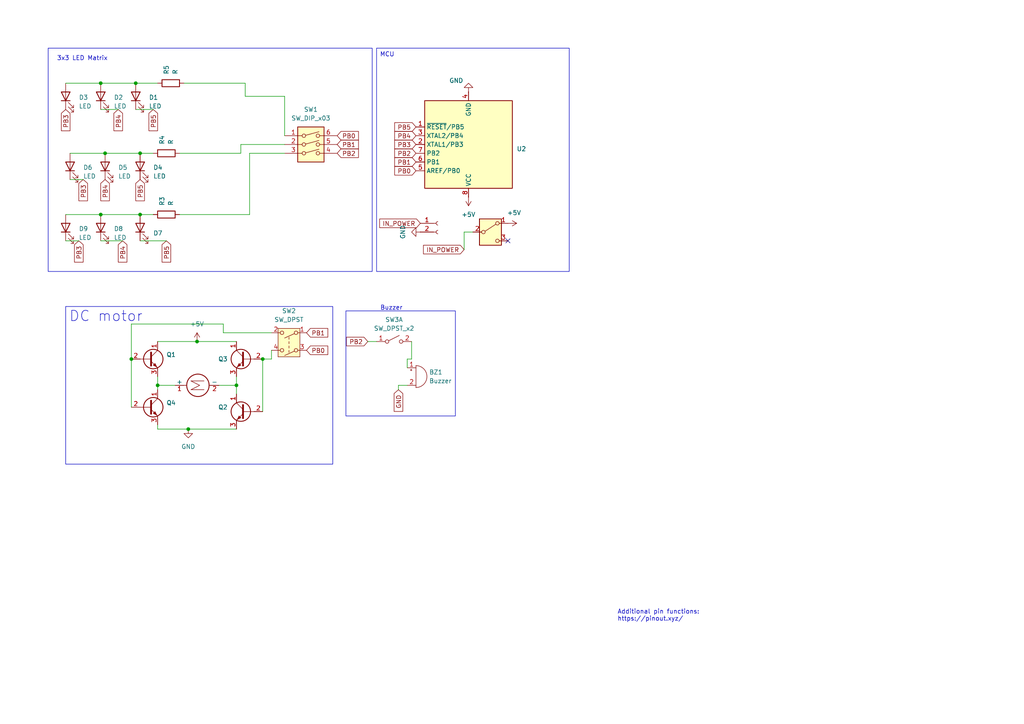
<source format=kicad_sch>
(kicad_sch
	(version 20250114)
	(generator "eeschema")
	(generator_version "9.0")
	(uuid "e63e39d7-6ac0-4ffd-8aa3-1841a4541b55")
	(paper "A4")
	(title_block
		(date "15 nov 2012")
	)
	(lib_symbols
		(symbol "Connector:Conn_01x02_Socket"
			(pin_names
				(offset 1.016)
				(hide yes)
			)
			(exclude_from_sim no)
			(in_bom yes)
			(on_board yes)
			(property "Reference" "J"
				(at 0 2.54 0)
				(effects
					(font
						(size 1.27 1.27)
					)
				)
			)
			(property "Value" "Conn_01x02_Socket"
				(at 0 -5.08 0)
				(effects
					(font
						(size 1.27 1.27)
					)
				)
			)
			(property "Footprint" ""
				(at 0 0 0)
				(effects
					(font
						(size 1.27 1.27)
					)
					(hide yes)
				)
			)
			(property "Datasheet" "~"
				(at 0 0 0)
				(effects
					(font
						(size 1.27 1.27)
					)
					(hide yes)
				)
			)
			(property "Description" "Generic connector, single row, 01x02, script generated"
				(at 0 0 0)
				(effects
					(font
						(size 1.27 1.27)
					)
					(hide yes)
				)
			)
			(property "ki_locked" ""
				(at 0 0 0)
				(effects
					(font
						(size 1.27 1.27)
					)
				)
			)
			(property "ki_keywords" "connector"
				(at 0 0 0)
				(effects
					(font
						(size 1.27 1.27)
					)
					(hide yes)
				)
			)
			(property "ki_fp_filters" "Connector*:*_1x??_*"
				(at 0 0 0)
				(effects
					(font
						(size 1.27 1.27)
					)
					(hide yes)
				)
			)
			(symbol "Conn_01x02_Socket_1_1"
				(polyline
					(pts
						(xy -1.27 0) (xy -0.508 0)
					)
					(stroke
						(width 0.1524)
						(type default)
					)
					(fill
						(type none)
					)
				)
				(polyline
					(pts
						(xy -1.27 -2.54) (xy -0.508 -2.54)
					)
					(stroke
						(width 0.1524)
						(type default)
					)
					(fill
						(type none)
					)
				)
				(arc
					(start 0 -0.508)
					(mid -0.5058 0)
					(end 0 0.508)
					(stroke
						(width 0.1524)
						(type default)
					)
					(fill
						(type none)
					)
				)
				(arc
					(start 0 -3.048)
					(mid -0.5058 -2.54)
					(end 0 -2.032)
					(stroke
						(width 0.1524)
						(type default)
					)
					(fill
						(type none)
					)
				)
				(pin passive line
					(at -5.08 0 0)
					(length 3.81)
					(name "Pin_1"
						(effects
							(font
								(size 1.27 1.27)
							)
						)
					)
					(number "1"
						(effects
							(font
								(size 1.27 1.27)
							)
						)
					)
				)
				(pin passive line
					(at -5.08 -2.54 0)
					(length 3.81)
					(name "Pin_2"
						(effects
							(font
								(size 1.27 1.27)
							)
						)
					)
					(number "2"
						(effects
							(font
								(size 1.27 1.27)
							)
						)
					)
				)
			)
			(embedded_fonts no)
		)
		(symbol "Device:Buzzer"
			(pin_names
				(offset 0.0254)
				(hide yes)
			)
			(exclude_from_sim no)
			(in_bom yes)
			(on_board yes)
			(property "Reference" "BZ"
				(at 3.81 1.27 0)
				(effects
					(font
						(size 1.27 1.27)
					)
					(justify left)
				)
			)
			(property "Value" "Buzzer"
				(at 3.81 -1.27 0)
				(effects
					(font
						(size 1.27 1.27)
					)
					(justify left)
				)
			)
			(property "Footprint" ""
				(at -0.635 2.54 90)
				(effects
					(font
						(size 1.27 1.27)
					)
					(hide yes)
				)
			)
			(property "Datasheet" "~"
				(at -0.635 2.54 90)
				(effects
					(font
						(size 1.27 1.27)
					)
					(hide yes)
				)
			)
			(property "Description" "Buzzer, polarized"
				(at 0 0 0)
				(effects
					(font
						(size 1.27 1.27)
					)
					(hide yes)
				)
			)
			(property "ki_keywords" "quartz resonator ceramic"
				(at 0 0 0)
				(effects
					(font
						(size 1.27 1.27)
					)
					(hide yes)
				)
			)
			(property "ki_fp_filters" "*Buzzer*"
				(at 0 0 0)
				(effects
					(font
						(size 1.27 1.27)
					)
					(hide yes)
				)
			)
			(symbol "Buzzer_0_1"
				(polyline
					(pts
						(xy -1.651 1.905) (xy -1.143 1.905)
					)
					(stroke
						(width 0)
						(type default)
					)
					(fill
						(type none)
					)
				)
				(polyline
					(pts
						(xy -1.397 2.159) (xy -1.397 1.651)
					)
					(stroke
						(width 0)
						(type default)
					)
					(fill
						(type none)
					)
				)
				(arc
					(start 0 3.175)
					(mid 3.1612 0)
					(end 0 -3.175)
					(stroke
						(width 0)
						(type default)
					)
					(fill
						(type none)
					)
				)
				(polyline
					(pts
						(xy 0 3.175) (xy 0 -3.175)
					)
					(stroke
						(width 0)
						(type default)
					)
					(fill
						(type none)
					)
				)
			)
			(symbol "Buzzer_1_1"
				(pin passive line
					(at -2.54 2.54 0)
					(length 2.54)
					(name "+"
						(effects
							(font
								(size 1.27 1.27)
							)
						)
					)
					(number "1"
						(effects
							(font
								(size 1.27 1.27)
							)
						)
					)
				)
				(pin passive line
					(at -2.54 -2.54 0)
					(length 2.54)
					(name "-"
						(effects
							(font
								(size 1.27 1.27)
							)
						)
					)
					(number "2"
						(effects
							(font
								(size 1.27 1.27)
							)
						)
					)
				)
			)
			(embedded_fonts no)
		)
		(symbol "Device:LED"
			(pin_numbers
				(hide yes)
			)
			(pin_names
				(offset 1.016)
				(hide yes)
			)
			(exclude_from_sim no)
			(in_bom yes)
			(on_board yes)
			(property "Reference" "D"
				(at 0 2.54 0)
				(effects
					(font
						(size 1.27 1.27)
					)
				)
			)
			(property "Value" "LED"
				(at 0 -2.54 0)
				(effects
					(font
						(size 1.27 1.27)
					)
				)
			)
			(property "Footprint" ""
				(at 0 0 0)
				(effects
					(font
						(size 1.27 1.27)
					)
					(hide yes)
				)
			)
			(property "Datasheet" "~"
				(at 0 0 0)
				(effects
					(font
						(size 1.27 1.27)
					)
					(hide yes)
				)
			)
			(property "Description" "Light emitting diode"
				(at 0 0 0)
				(effects
					(font
						(size 1.27 1.27)
					)
					(hide yes)
				)
			)
			(property "Sim.Pins" "1=K 2=A"
				(at 0 0 0)
				(effects
					(font
						(size 1.27 1.27)
					)
					(hide yes)
				)
			)
			(property "ki_keywords" "LED diode"
				(at 0 0 0)
				(effects
					(font
						(size 1.27 1.27)
					)
					(hide yes)
				)
			)
			(property "ki_fp_filters" "LED* LED_SMD:* LED_THT:*"
				(at 0 0 0)
				(effects
					(font
						(size 1.27 1.27)
					)
					(hide yes)
				)
			)
			(symbol "LED_0_1"
				(polyline
					(pts
						(xy -3.048 -0.762) (xy -4.572 -2.286) (xy -3.81 -2.286) (xy -4.572 -2.286) (xy -4.572 -1.524)
					)
					(stroke
						(width 0)
						(type default)
					)
					(fill
						(type none)
					)
				)
				(polyline
					(pts
						(xy -1.778 -0.762) (xy -3.302 -2.286) (xy -2.54 -2.286) (xy -3.302 -2.286) (xy -3.302 -1.524)
					)
					(stroke
						(width 0)
						(type default)
					)
					(fill
						(type none)
					)
				)
				(polyline
					(pts
						(xy -1.27 0) (xy 1.27 0)
					)
					(stroke
						(width 0)
						(type default)
					)
					(fill
						(type none)
					)
				)
				(polyline
					(pts
						(xy -1.27 -1.27) (xy -1.27 1.27)
					)
					(stroke
						(width 0.254)
						(type default)
					)
					(fill
						(type none)
					)
				)
				(polyline
					(pts
						(xy 1.27 -1.27) (xy 1.27 1.27) (xy -1.27 0) (xy 1.27 -1.27)
					)
					(stroke
						(width 0.254)
						(type default)
					)
					(fill
						(type none)
					)
				)
			)
			(symbol "LED_1_1"
				(pin passive line
					(at -3.81 0 0)
					(length 2.54)
					(name "K"
						(effects
							(font
								(size 1.27 1.27)
							)
						)
					)
					(number "1"
						(effects
							(font
								(size 1.27 1.27)
							)
						)
					)
				)
				(pin passive line
					(at 3.81 0 180)
					(length 2.54)
					(name "A"
						(effects
							(font
								(size 1.27 1.27)
							)
						)
					)
					(number "2"
						(effects
							(font
								(size 1.27 1.27)
							)
						)
					)
				)
			)
			(embedded_fonts no)
		)
		(symbol "Device:R"
			(pin_numbers
				(hide yes)
			)
			(pin_names
				(offset 0)
			)
			(exclude_from_sim no)
			(in_bom yes)
			(on_board yes)
			(property "Reference" "R"
				(at 2.032 0 90)
				(effects
					(font
						(size 1.27 1.27)
					)
				)
			)
			(property "Value" "R"
				(at 0 0 90)
				(effects
					(font
						(size 1.27 1.27)
					)
				)
			)
			(property "Footprint" ""
				(at -1.778 0 90)
				(effects
					(font
						(size 1.27 1.27)
					)
					(hide yes)
				)
			)
			(property "Datasheet" "~"
				(at 0 0 0)
				(effects
					(font
						(size 1.27 1.27)
					)
					(hide yes)
				)
			)
			(property "Description" "Resistor"
				(at 0 0 0)
				(effects
					(font
						(size 1.27 1.27)
					)
					(hide yes)
				)
			)
			(property "ki_keywords" "R res resistor"
				(at 0 0 0)
				(effects
					(font
						(size 1.27 1.27)
					)
					(hide yes)
				)
			)
			(property "ki_fp_filters" "R_*"
				(at 0 0 0)
				(effects
					(font
						(size 1.27 1.27)
					)
					(hide yes)
				)
			)
			(symbol "R_0_1"
				(rectangle
					(start -1.016 -2.54)
					(end 1.016 2.54)
					(stroke
						(width 0.254)
						(type default)
					)
					(fill
						(type none)
					)
				)
			)
			(symbol "R_1_1"
				(pin passive line
					(at 0 3.81 270)
					(length 1.27)
					(name "~"
						(effects
							(font
								(size 1.27 1.27)
							)
						)
					)
					(number "1"
						(effects
							(font
								(size 1.27 1.27)
							)
						)
					)
				)
				(pin passive line
					(at 0 -3.81 90)
					(length 1.27)
					(name "~"
						(effects
							(font
								(size 1.27 1.27)
							)
						)
					)
					(number "2"
						(effects
							(font
								(size 1.27 1.27)
							)
						)
					)
				)
			)
			(embedded_fonts no)
		)
		(symbol "MCU_Microchip_ATtiny:ATtiny45-20P"
			(exclude_from_sim no)
			(in_bom yes)
			(on_board yes)
			(property "Reference" "U2"
				(at -13.97 1.2701 0)
				(effects
					(font
						(size 1.27 1.27)
					)
					(justify right)
				)
			)
			(property "Value" "ATtiny45-20P"
				(at -13.97 -1.2699 0)
				(effects
					(font
						(size 1.27 1.27)
					)
					(justify right)
					(hide yes)
				)
			)
			(property "Footprint" "Package_DIP:DIP-8_W7.62mm"
				(at 0 0 0)
				(effects
					(font
						(size 1.27 1.27)
						(italic yes)
					)
					(hide yes)
				)
			)
			(property "Datasheet" "http://ww1.microchip.com/downloads/en/DeviceDoc/atmel-2586-avr-8-bit-microcontroller-attiny25-attiny45-attiny85_datasheet.pdf"
				(at 0 0 0)
				(effects
					(font
						(size 1.27 1.27)
					)
					(hide yes)
				)
			)
			(property "Description" "20MHz, 4kB Flash, 256B SRAM, 256B EEPROM, debugWIRE, DIP-8"
				(at 0 0 0)
				(effects
					(font
						(size 1.27 1.27)
					)
					(hide yes)
				)
			)
			(property "ki_keywords" "AVR 8bit Microcontroller tinyAVR"
				(at 0 0 0)
				(effects
					(font
						(size 1.27 1.27)
					)
					(hide yes)
				)
			)
			(property "ki_fp_filters" "DIP*W7.62mm*"
				(at 0 0 0)
				(effects
					(font
						(size 1.27 1.27)
					)
					(hide yes)
				)
			)
			(symbol "ATtiny45-20P_0_1"
				(rectangle
					(start -12.7 -12.7)
					(end 12.7 12.7)
					(stroke
						(width 0.254)
						(type default)
					)
					(fill
						(type background)
					)
				)
			)
			(symbol "ATtiny45-20P_1_1"
				(pin power_in line
					(at 0 15.24 270)
					(length 2.54)
					(name "VCC"
						(effects
							(font
								(size 1.27 1.27)
							)
						)
					)
					(number "8"
						(effects
							(font
								(size 1.27 1.27)
							)
						)
					)
				)
				(pin power_out line
					(at 0 -15.24 90)
					(length 2.54)
					(name "GND"
						(effects
							(font
								(size 1.27 1.27)
							)
						)
					)
					(number "4"
						(effects
							(font
								(size 1.27 1.27)
							)
						)
					)
				)
				(pin bidirectional line
					(at 15.24 7.62 180)
					(length 2.54)
					(name "AREF/PB0"
						(effects
							(font
								(size 1.27 1.27)
							)
						)
					)
					(number "5"
						(effects
							(font
								(size 1.27 1.27)
							)
						)
					)
				)
				(pin bidirectional line
					(at 15.24 5.08 180)
					(length 2.54)
					(name "PB1"
						(effects
							(font
								(size 1.27 1.27)
							)
						)
					)
					(number "6"
						(effects
							(font
								(size 1.27 1.27)
							)
						)
					)
				)
				(pin bidirectional line
					(at 15.24 2.54 180)
					(length 2.54)
					(name "PB2"
						(effects
							(font
								(size 1.27 1.27)
							)
						)
					)
					(number "7"
						(effects
							(font
								(size 1.27 1.27)
							)
						)
					)
				)
				(pin bidirectional line
					(at 15.24 0 180)
					(length 2.54)
					(name "XTAL1/PB3"
						(effects
							(font
								(size 1.27 1.27)
							)
						)
					)
					(number "2"
						(effects
							(font
								(size 1.27 1.27)
							)
						)
					)
				)
				(pin bidirectional line
					(at 15.24 -2.54 180)
					(length 2.54)
					(name "XTAL2/PB4"
						(effects
							(font
								(size 1.27 1.27)
							)
						)
					)
					(number "3"
						(effects
							(font
								(size 1.27 1.27)
							)
						)
					)
				)
				(pin bidirectional line
					(at 15.24 -5.08 180)
					(length 2.54)
					(name "~{RESET}/PB5"
						(effects
							(font
								(size 1.27 1.27)
							)
						)
					)
					(number "1"
						(effects
							(font
								(size 1.27 1.27)
							)
						)
					)
				)
			)
			(embedded_fonts no)
		)
		(symbol "Motor:Motor_DC"
			(pin_names
				(offset 0)
			)
			(exclude_from_sim no)
			(in_bom yes)
			(on_board yes)
			(property "Reference" "M"
				(at 2.54 2.54 0)
				(effects
					(font
						(size 1.27 1.27)
					)
					(justify left)
				)
			)
			(property "Value" "Motor_DC"
				(at 2.54 -5.08 0)
				(effects
					(font
						(size 1.27 1.27)
					)
					(justify left top)
				)
			)
			(property "Footprint" ""
				(at 0 -2.286 0)
				(effects
					(font
						(size 1.27 1.27)
					)
					(hide yes)
				)
			)
			(property "Datasheet" "~"
				(at 0 -2.286 0)
				(effects
					(font
						(size 1.27 1.27)
					)
					(hide yes)
				)
			)
			(property "Description" "DC Motor"
				(at 0 0 0)
				(effects
					(font
						(size 1.27 1.27)
					)
					(hide yes)
				)
			)
			(property "ki_keywords" "DC Motor"
				(at 0 0 0)
				(effects
					(font
						(size 1.27 1.27)
					)
					(hide yes)
				)
			)
			(property "ki_fp_filters" "PinHeader*P2.54mm* TerminalBlock*"
				(at 0 0 0)
				(effects
					(font
						(size 1.27 1.27)
					)
					(hide yes)
				)
			)
			(symbol "Motor_DC_0_0"
				(polyline
					(pts
						(xy -1.27 -3.302) (xy -1.27 0.508) (xy 0 -2.032) (xy 1.27 0.508) (xy 1.27 -3.302)
					)
					(stroke
						(width 0)
						(type default)
					)
					(fill
						(type none)
					)
				)
			)
			(symbol "Motor_DC_0_1"
				(polyline
					(pts
						(xy 0 2.032) (xy 0 2.54)
					)
					(stroke
						(width 0)
						(type default)
					)
					(fill
						(type none)
					)
				)
				(polyline
					(pts
						(xy 0 1.7272) (xy 0 2.0828)
					)
					(stroke
						(width 0)
						(type default)
					)
					(fill
						(type none)
					)
				)
				(circle
					(center 0 -1.524)
					(radius 3.2512)
					(stroke
						(width 0.254)
						(type default)
					)
					(fill
						(type none)
					)
				)
				(polyline
					(pts
						(xy 0 -4.7752) (xy 0 -5.1816)
					)
					(stroke
						(width 0)
						(type default)
					)
					(fill
						(type none)
					)
				)
				(polyline
					(pts
						(xy 0 -7.62) (xy 0 -7.112)
					)
					(stroke
						(width 0)
						(type default)
					)
					(fill
						(type none)
					)
				)
			)
			(symbol "Motor_DC_1_1"
				(pin passive line
					(at 0 5.08 270)
					(length 2.54)
					(name "+"
						(effects
							(font
								(size 1.27 1.27)
							)
						)
					)
					(number "1"
						(effects
							(font
								(size 1.27 1.27)
							)
						)
					)
				)
				(pin passive line
					(at 0 -7.62 90)
					(length 2.54)
					(name "-"
						(effects
							(font
								(size 1.27 1.27)
							)
						)
					)
					(number "2"
						(effects
							(font
								(size 1.27 1.27)
							)
						)
					)
				)
			)
			(embedded_fonts no)
		)
		(symbol "Switch:SW_DIP_x03"
			(pin_names
				(offset 0)
				(hide yes)
			)
			(exclude_from_sim no)
			(in_bom yes)
			(on_board yes)
			(property "Reference" "SW"
				(at 0 6.35 0)
				(effects
					(font
						(size 1.27 1.27)
					)
				)
			)
			(property "Value" "SW_DIP_x03"
				(at 0 -6.35 0)
				(effects
					(font
						(size 1.27 1.27)
					)
				)
			)
			(property "Footprint" ""
				(at 0 -2.54 0)
				(effects
					(font
						(size 1.27 1.27)
					)
					(hide yes)
				)
			)
			(property "Datasheet" "~"
				(at 0 -2.54 0)
				(effects
					(font
						(size 1.27 1.27)
					)
					(hide yes)
				)
			)
			(property "Description" "3x DIP Switch, Single Pole Single Throw (SPST) switch, small symbol"
				(at 0 0 0)
				(effects
					(font
						(size 1.27 1.27)
					)
					(hide yes)
				)
			)
			(property "ki_keywords" "dip switch"
				(at 0 0 0)
				(effects
					(font
						(size 1.27 1.27)
					)
					(hide yes)
				)
			)
			(property "ki_fp_filters" "SW?DIP?x3*"
				(at 0 0 0)
				(effects
					(font
						(size 1.27 1.27)
					)
					(hide yes)
				)
			)
			(symbol "SW_DIP_x03_0_0"
				(circle
					(center -2.032 2.54)
					(radius 0.508)
					(stroke
						(width 0)
						(type default)
					)
					(fill
						(type none)
					)
				)
				(circle
					(center -2.032 0)
					(radius 0.508)
					(stroke
						(width 0)
						(type default)
					)
					(fill
						(type none)
					)
				)
				(circle
					(center -2.032 -2.54)
					(radius 0.508)
					(stroke
						(width 0)
						(type default)
					)
					(fill
						(type none)
					)
				)
				(polyline
					(pts
						(xy -1.524 2.667) (xy 2.3622 3.7084)
					)
					(stroke
						(width 0)
						(type default)
					)
					(fill
						(type none)
					)
				)
				(polyline
					(pts
						(xy -1.524 0.127) (xy 2.3622 1.1684)
					)
					(stroke
						(width 0)
						(type default)
					)
					(fill
						(type none)
					)
				)
				(polyline
					(pts
						(xy -1.524 -2.413) (xy 2.3622 -1.3716)
					)
					(stroke
						(width 0)
						(type default)
					)
					(fill
						(type none)
					)
				)
				(circle
					(center 2.032 2.54)
					(radius 0.508)
					(stroke
						(width 0)
						(type default)
					)
					(fill
						(type none)
					)
				)
				(circle
					(center 2.032 0)
					(radius 0.508)
					(stroke
						(width 0)
						(type default)
					)
					(fill
						(type none)
					)
				)
				(circle
					(center 2.032 -2.54)
					(radius 0.508)
					(stroke
						(width 0)
						(type default)
					)
					(fill
						(type none)
					)
				)
			)
			(symbol "SW_DIP_x03_0_1"
				(rectangle
					(start -3.81 5.08)
					(end 3.81 -5.08)
					(stroke
						(width 0.254)
						(type default)
					)
					(fill
						(type background)
					)
				)
			)
			(symbol "SW_DIP_x03_1_1"
				(pin passive line
					(at -7.62 2.54 0)
					(length 5.08)
					(name "~"
						(effects
							(font
								(size 1.27 1.27)
							)
						)
					)
					(number "1"
						(effects
							(font
								(size 1.27 1.27)
							)
						)
					)
				)
				(pin passive line
					(at -7.62 0 0)
					(length 5.08)
					(name "~"
						(effects
							(font
								(size 1.27 1.27)
							)
						)
					)
					(number "2"
						(effects
							(font
								(size 1.27 1.27)
							)
						)
					)
				)
				(pin passive line
					(at -7.62 -2.54 0)
					(length 5.08)
					(name "~"
						(effects
							(font
								(size 1.27 1.27)
							)
						)
					)
					(number "3"
						(effects
							(font
								(size 1.27 1.27)
							)
						)
					)
				)
				(pin passive line
					(at 7.62 2.54 180)
					(length 5.08)
					(name "~"
						(effects
							(font
								(size 1.27 1.27)
							)
						)
					)
					(number "6"
						(effects
							(font
								(size 1.27 1.27)
							)
						)
					)
				)
				(pin passive line
					(at 7.62 0 180)
					(length 5.08)
					(name "~"
						(effects
							(font
								(size 1.27 1.27)
							)
						)
					)
					(number "5"
						(effects
							(font
								(size 1.27 1.27)
							)
						)
					)
				)
				(pin passive line
					(at 7.62 -2.54 180)
					(length 5.08)
					(name "~"
						(effects
							(font
								(size 1.27 1.27)
							)
						)
					)
					(number "4"
						(effects
							(font
								(size 1.27 1.27)
							)
						)
					)
				)
			)
			(embedded_fonts no)
		)
		(symbol "Switch:SW_DPDT_x2"
			(pin_names
				(offset 0)
				(hide yes)
			)
			(exclude_from_sim no)
			(in_bom yes)
			(on_board yes)
			(property "Reference" "SW4"
				(at 0 8.89 0)
				(effects
					(font
						(size 1.27 1.27)
					)
					(hide yes)
				)
			)
			(property "Value" "SW_DPDT_x2"
				(at 0 6.35 0)
				(effects
					(font
						(size 1.27 1.27)
					)
					(hide yes)
				)
			)
			(property "Footprint" "Button_Switch_THT:SW_CK_JS202011CQN_DPDT_Straight"
				(at 0 0 0)
				(effects
					(font
						(size 1.27 1.27)
					)
					(hide yes)
				)
			)
			(property "Datasheet" "~"
				(at 0 0 0)
				(effects
					(font
						(size 1.27 1.27)
					)
					(hide yes)
				)
			)
			(property "Description" "Switch, dual pole double throw, separate symbols"
				(at 0 0 0)
				(effects
					(font
						(size 1.27 1.27)
					)
					(hide yes)
				)
			)
			(property "ki_keywords" "switch dual-pole double-throw DPDT spdt ON-ON"
				(at 0 0 0)
				(effects
					(font
						(size 1.27 1.27)
					)
					(hide yes)
				)
			)
			(property "ki_fp_filters" "SW*DPDT*"
				(at 0 0 0)
				(effects
					(font
						(size 1.27 1.27)
					)
					(hide yes)
				)
			)
			(symbol "SW_DPDT_x2_0_0"
				(circle
					(center -2.032 0)
					(radius 0.508)
					(stroke
						(width 0)
						(type default)
					)
					(fill
						(type none)
					)
				)
				(circle
					(center 2.032 -2.54)
					(radius 0.508)
					(stroke
						(width 0)
						(type default)
					)
					(fill
						(type none)
					)
				)
			)
			(symbol "SW_DPDT_x2_0_1"
				(rectangle
					(start -3.175 3.81)
					(end 3.175 -3.81)
					(stroke
						(width 0.254)
						(type default)
					)
					(fill
						(type background)
					)
				)
				(polyline
					(pts
						(xy -1.524 0.254) (xy 1.5748 2.286)
					)
					(stroke
						(width 0)
						(type default)
					)
					(fill
						(type none)
					)
				)
				(circle
					(center 2.032 2.54)
					(radius 0.508)
					(stroke
						(width 0)
						(type default)
					)
					(fill
						(type none)
					)
				)
			)
			(symbol "SW_DPDT_x2_1_1"
				(pin passive line
					(at -5.08 0 0)
					(length 2.54)
					(name "B"
						(effects
							(font
								(size 1.27 1.27)
							)
						)
					)
					(number "2"
						(effects
							(font
								(size 1.27 1.27)
							)
						)
					)
				)
				(pin power_out line
					(at 5.08 2.54 180)
					(length 2.54)
					(name "A"
						(effects
							(font
								(size 1.27 1.27)
							)
						)
					)
					(number "1"
						(effects
							(font
								(size 1.27 1.27)
							)
						)
					)
				)
				(pin power_out line
					(at 5.08 -2.54 180)
					(length 2.54)
					(name "C"
						(effects
							(font
								(size 1.27 1.27)
							)
						)
					)
					(number "3"
						(effects
							(font
								(size 1.27 1.27)
							)
						)
					)
				)
			)
			(symbol "SW_DPDT_x2_2_1"
				(pin passive line
					(at -5.08 0 0)
					(length 2.54)
					(name "B"
						(effects
							(font
								(size 1.27 1.27)
							)
						)
					)
					(number "5"
						(effects
							(font
								(size 1.27 1.27)
							)
						)
					)
				)
				(pin power_out line
					(at 5.08 2.54 180)
					(length 2.54)
					(name "A"
						(effects
							(font
								(size 1.27 1.27)
							)
						)
					)
					(number "4"
						(effects
							(font
								(size 1.27 1.27)
							)
						)
					)
				)
				(pin power_out line
					(at 5.08 -2.54 180)
					(length 2.54)
					(name "C"
						(effects
							(font
								(size 1.27 1.27)
							)
						)
					)
					(number "6"
						(effects
							(font
								(size 1.27 1.27)
							)
						)
					)
				)
			)
			(embedded_fonts no)
		)
		(symbol "Switch:SW_DPST"
			(pin_names
				(offset 0)
				(hide yes)
			)
			(exclude_from_sim no)
			(in_bom yes)
			(on_board yes)
			(property "Reference" "SW"
				(at 0 6.35 0)
				(effects
					(font
						(size 1.27 1.27)
					)
				)
			)
			(property "Value" "SW_DPST"
				(at 0 -5.08 0)
				(effects
					(font
						(size 1.27 1.27)
					)
				)
			)
			(property "Footprint" ""
				(at 0 0 0)
				(effects
					(font
						(size 1.27 1.27)
					)
					(hide yes)
				)
			)
			(property "Datasheet" "~"
				(at 0 0 0)
				(effects
					(font
						(size 1.27 1.27)
					)
					(hide yes)
				)
			)
			(property "Description" "Double Pole Single Throw (DPST) Switch"
				(at 0 0 0)
				(effects
					(font
						(size 1.27 1.27)
					)
					(hide yes)
				)
			)
			(property "ki_keywords" "switch dual double-pole single-throw OFF-ON"
				(at 0 0 0)
				(effects
					(font
						(size 1.27 1.27)
					)
					(hide yes)
				)
			)
			(symbol "SW_DPST_0_0"
				(circle
					(center -2.032 2.54)
					(radius 0.508)
					(stroke
						(width 0)
						(type default)
					)
					(fill
						(type none)
					)
				)
				(circle
					(center -2.032 -2.54)
					(radius 0.508)
					(stroke
						(width 0)
						(type default)
					)
					(fill
						(type none)
					)
				)
				(polyline
					(pts
						(xy -1.524 2.794) (xy 1.27 4.064)
					)
					(stroke
						(width 0)
						(type default)
					)
					(fill
						(type none)
					)
				)
				(polyline
					(pts
						(xy -1.524 -2.286) (xy 1.27 -1.016)
					)
					(stroke
						(width 0)
						(type default)
					)
					(fill
						(type none)
					)
				)
				(polyline
					(pts
						(xy 0 2.54) (xy 0 3.175)
					)
					(stroke
						(width 0)
						(type default)
					)
					(fill
						(type none)
					)
				)
				(polyline
					(pts
						(xy 0 1.27) (xy 0 1.905)
					)
					(stroke
						(width 0)
						(type default)
					)
					(fill
						(type none)
					)
				)
				(polyline
					(pts
						(xy 0 0) (xy 0 0.635)
					)
					(stroke
						(width 0)
						(type default)
					)
					(fill
						(type none)
					)
				)
				(polyline
					(pts
						(xy 0 -1.27) (xy 0 -0.635)
					)
					(stroke
						(width 0)
						(type default)
					)
					(fill
						(type none)
					)
				)
				(circle
					(center 2.032 2.54)
					(radius 0.508)
					(stroke
						(width 0)
						(type default)
					)
					(fill
						(type none)
					)
				)
				(circle
					(center 2.032 -2.54)
					(radius 0.508)
					(stroke
						(width 0)
						(type default)
					)
					(fill
						(type none)
					)
				)
			)
			(symbol "SW_DPST_1_1"
				(rectangle
					(start -3.175 4.445)
					(end 3.175 -3.81)
					(stroke
						(width 0)
						(type default)
					)
					(fill
						(type background)
					)
				)
				(pin passive line
					(at -5.08 2.54 0)
					(length 2.54)
					(name "3"
						(effects
							(font
								(size 1.27 1.27)
							)
						)
					)
					(number "3"
						(effects
							(font
								(size 1.27 1.27)
							)
						)
					)
				)
				(pin passive line
					(at -5.08 -2.54 0)
					(length 2.54)
					(name "1"
						(effects
							(font
								(size 1.27 1.27)
							)
						)
					)
					(number "1"
						(effects
							(font
								(size 1.27 1.27)
							)
						)
					)
				)
				(pin passive line
					(at 5.08 2.54 180)
					(length 2.54)
					(name "4"
						(effects
							(font
								(size 1.27 1.27)
							)
						)
					)
					(number "4"
						(effects
							(font
								(size 1.27 1.27)
							)
						)
					)
				)
				(pin passive line
					(at 5.08 -2.54 180)
					(length 2.54)
					(name "2"
						(effects
							(font
								(size 1.27 1.27)
							)
						)
					)
					(number "2"
						(effects
							(font
								(size 1.27 1.27)
							)
						)
					)
				)
			)
			(embedded_fonts no)
		)
		(symbol "Switch:SW_DPST_x2"
			(pin_names
				(offset 0)
				(hide yes)
			)
			(exclude_from_sim no)
			(in_bom yes)
			(on_board yes)
			(property "Reference" "SW"
				(at 0 3.175 0)
				(effects
					(font
						(size 1.27 1.27)
					)
				)
			)
			(property "Value" "SW_DPST_x2"
				(at 0 -2.54 0)
				(effects
					(font
						(size 1.27 1.27)
					)
				)
			)
			(property "Footprint" ""
				(at 0 0 0)
				(effects
					(font
						(size 1.27 1.27)
					)
					(hide yes)
				)
			)
			(property "Datasheet" "~"
				(at 0 0 0)
				(effects
					(font
						(size 1.27 1.27)
					)
					(hide yes)
				)
			)
			(property "Description" "Single Pole Single Throw (SPST) switch, separate symbol"
				(at 0 0 0)
				(effects
					(font
						(size 1.27 1.27)
					)
					(hide yes)
				)
			)
			(property "ki_keywords" "switch lever"
				(at 0 0 0)
				(effects
					(font
						(size 1.27 1.27)
					)
					(hide yes)
				)
			)
			(symbol "SW_DPST_x2_0_0"
				(circle
					(center -2.032 0)
					(radius 0.508)
					(stroke
						(width 0)
						(type default)
					)
					(fill
						(type none)
					)
				)
				(polyline
					(pts
						(xy -1.524 0.254) (xy 1.524 1.778)
					)
					(stroke
						(width 0)
						(type default)
					)
					(fill
						(type none)
					)
				)
				(circle
					(center 2.032 0)
					(radius 0.508)
					(stroke
						(width 0)
						(type default)
					)
					(fill
						(type none)
					)
				)
			)
			(symbol "SW_DPST_x2_1_1"
				(pin passive line
					(at -5.08 0 0)
					(length 2.54)
					(name "A"
						(effects
							(font
								(size 1.27 1.27)
							)
						)
					)
					(number "1"
						(effects
							(font
								(size 1.27 1.27)
							)
						)
					)
				)
				(pin passive line
					(at 5.08 0 180)
					(length 2.54)
					(name "B"
						(effects
							(font
								(size 1.27 1.27)
							)
						)
					)
					(number "2"
						(effects
							(font
								(size 1.27 1.27)
							)
						)
					)
				)
			)
			(symbol "SW_DPST_x2_2_1"
				(pin passive line
					(at -5.08 0 0)
					(length 2.54)
					(name "A"
						(effects
							(font
								(size 1.27 1.27)
							)
						)
					)
					(number "3"
						(effects
							(font
								(size 1.27 1.27)
							)
						)
					)
				)
				(pin passive line
					(at 5.08 0 180)
					(length 2.54)
					(name "B"
						(effects
							(font
								(size 1.27 1.27)
							)
						)
					)
					(number "4"
						(effects
							(font
								(size 1.27 1.27)
							)
						)
					)
				)
			)
			(embedded_fonts no)
		)
		(symbol "Transistor_BJT:BC547"
			(pin_names
				(offset 0)
				(hide yes)
			)
			(exclude_from_sim no)
			(in_bom yes)
			(on_board yes)
			(property "Reference" "Q"
				(at 5.08 1.905 0)
				(effects
					(font
						(size 1.27 1.27)
					)
					(justify left)
				)
			)
			(property "Value" "BC547"
				(at 5.08 0 0)
				(effects
					(font
						(size 1.27 1.27)
					)
					(justify left)
				)
			)
			(property "Footprint" "Package_TO_SOT_THT:TO-92_Inline"
				(at 5.08 -1.905 0)
				(effects
					(font
						(size 1.27 1.27)
						(italic yes)
					)
					(justify left)
					(hide yes)
				)
			)
			(property "Datasheet" "https://www.onsemi.com/pub/Collateral/BC550-D.pdf"
				(at 0 0 0)
				(effects
					(font
						(size 1.27 1.27)
					)
					(justify left)
					(hide yes)
				)
			)
			(property "Description" "0.1A Ic, 45V Vce, Small Signal NPN Transistor, TO-92"
				(at 0 0 0)
				(effects
					(font
						(size 1.27 1.27)
					)
					(hide yes)
				)
			)
			(property "ki_keywords" "NPN Transistor"
				(at 0 0 0)
				(effects
					(font
						(size 1.27 1.27)
					)
					(hide yes)
				)
			)
			(property "ki_fp_filters" "TO?92*"
				(at 0 0 0)
				(effects
					(font
						(size 1.27 1.27)
					)
					(hide yes)
				)
			)
			(symbol "BC547_0_1"
				(polyline
					(pts
						(xy -2.54 0) (xy 0.635 0)
					)
					(stroke
						(width 0)
						(type default)
					)
					(fill
						(type none)
					)
				)
				(polyline
					(pts
						(xy 0.635 1.905) (xy 0.635 -1.905)
					)
					(stroke
						(width 0.508)
						(type default)
					)
					(fill
						(type none)
					)
				)
				(circle
					(center 1.27 0)
					(radius 2.8194)
					(stroke
						(width 0.254)
						(type default)
					)
					(fill
						(type none)
					)
				)
			)
			(symbol "BC547_1_1"
				(polyline
					(pts
						(xy 0.635 0.635) (xy 2.54 2.54)
					)
					(stroke
						(width 0)
						(type default)
					)
					(fill
						(type none)
					)
				)
				(polyline
					(pts
						(xy 0.635 -0.635) (xy 2.54 -2.54)
					)
					(stroke
						(width 0)
						(type default)
					)
					(fill
						(type none)
					)
				)
				(polyline
					(pts
						(xy 1.27 -1.778) (xy 1.778 -1.27) (xy 2.286 -2.286) (xy 1.27 -1.778)
					)
					(stroke
						(width 0)
						(type default)
					)
					(fill
						(type outline)
					)
				)
				(pin input line
					(at -5.08 0 0)
					(length 2.54)
					(name "B"
						(effects
							(font
								(size 1.27 1.27)
							)
						)
					)
					(number "2"
						(effects
							(font
								(size 1.27 1.27)
							)
						)
					)
				)
				(pin passive line
					(at 2.54 5.08 270)
					(length 2.54)
					(name "C"
						(effects
							(font
								(size 1.27 1.27)
							)
						)
					)
					(number "1"
						(effects
							(font
								(size 1.27 1.27)
							)
						)
					)
				)
				(pin passive line
					(at 2.54 -5.08 90)
					(length 2.54)
					(name "E"
						(effects
							(font
								(size 1.27 1.27)
							)
						)
					)
					(number "3"
						(effects
							(font
								(size 1.27 1.27)
							)
						)
					)
				)
			)
			(embedded_fonts no)
		)
		(symbol "power:+5V"
			(power)
			(pin_numbers
				(hide yes)
			)
			(pin_names
				(offset 0)
				(hide yes)
			)
			(exclude_from_sim no)
			(in_bom yes)
			(on_board yes)
			(property "Reference" "#PWR"
				(at 0 -3.81 0)
				(effects
					(font
						(size 1.27 1.27)
					)
					(hide yes)
				)
			)
			(property "Value" "+5V"
				(at 0 3.556 0)
				(effects
					(font
						(size 1.27 1.27)
					)
				)
			)
			(property "Footprint" ""
				(at 0 0 0)
				(effects
					(font
						(size 1.27 1.27)
					)
					(hide yes)
				)
			)
			(property "Datasheet" ""
				(at 0 0 0)
				(effects
					(font
						(size 1.27 1.27)
					)
					(hide yes)
				)
			)
			(property "Description" "Power symbol creates a global label with name \"+5V\""
				(at 0 0 0)
				(effects
					(font
						(size 1.27 1.27)
					)
					(hide yes)
				)
			)
			(property "ki_keywords" "global power"
				(at 0 0 0)
				(effects
					(font
						(size 1.27 1.27)
					)
					(hide yes)
				)
			)
			(symbol "+5V_0_1"
				(polyline
					(pts
						(xy -0.762 1.27) (xy 0 2.54)
					)
					(stroke
						(width 0)
						(type default)
					)
					(fill
						(type none)
					)
				)
				(polyline
					(pts
						(xy 0 2.54) (xy 0.762 1.27)
					)
					(stroke
						(width 0)
						(type default)
					)
					(fill
						(type none)
					)
				)
				(polyline
					(pts
						(xy 0 0) (xy 0 2.54)
					)
					(stroke
						(width 0)
						(type default)
					)
					(fill
						(type none)
					)
				)
			)
			(symbol "+5V_1_1"
				(pin power_in line
					(at 0 0 90)
					(length 0)
					(name "~"
						(effects
							(font
								(size 1.27 1.27)
							)
						)
					)
					(number "1"
						(effects
							(font
								(size 1.27 1.27)
							)
						)
					)
				)
			)
			(embedded_fonts no)
		)
		(symbol "power:GND"
			(power)
			(pin_numbers
				(hide yes)
			)
			(pin_names
				(offset 0)
				(hide yes)
			)
			(exclude_from_sim no)
			(in_bom yes)
			(on_board yes)
			(property "Reference" "#PWR"
				(at 0 -6.35 0)
				(effects
					(font
						(size 1.27 1.27)
					)
					(hide yes)
				)
			)
			(property "Value" "GND"
				(at 0 -3.81 0)
				(effects
					(font
						(size 1.27 1.27)
					)
				)
			)
			(property "Footprint" ""
				(at 0 0 0)
				(effects
					(font
						(size 1.27 1.27)
					)
					(hide yes)
				)
			)
			(property "Datasheet" ""
				(at 0 0 0)
				(effects
					(font
						(size 1.27 1.27)
					)
					(hide yes)
				)
			)
			(property "Description" "Power symbol creates a global label with name \"GND\" , ground"
				(at 0 0 0)
				(effects
					(font
						(size 1.27 1.27)
					)
					(hide yes)
				)
			)
			(property "ki_keywords" "global power"
				(at 0 0 0)
				(effects
					(font
						(size 1.27 1.27)
					)
					(hide yes)
				)
			)
			(symbol "GND_0_1"
				(polyline
					(pts
						(xy 0 0) (xy 0 -1.27) (xy 1.27 -1.27) (xy 0 -2.54) (xy -1.27 -1.27) (xy 0 -1.27)
					)
					(stroke
						(width 0)
						(type default)
					)
					(fill
						(type none)
					)
				)
			)
			(symbol "GND_1_1"
				(pin power_in line
					(at 0 0 270)
					(length 0)
					(name "~"
						(effects
							(font
								(size 1.27 1.27)
							)
						)
					)
					(number "1"
						(effects
							(font
								(size 1.27 1.27)
							)
						)
					)
				)
			)
			(embedded_fonts no)
		)
	)
	(rectangle
		(start 100.33 90.17)
		(end 132.08 120.65)
		(stroke
			(width 0)
			(type default)
		)
		(fill
			(type none)
		)
		(uuid 8d820d8b-8270-4cae-8b71-a8dbdc58d9dc)
	)
	(rectangle
		(start 13.97 13.97)
		(end 107.95 78.74)
		(stroke
			(width 0)
			(type default)
		)
		(fill
			(type none)
		)
		(uuid d58254ef-09a6-4c7f-85a1-d602c1fd8b7a)
	)
	(text "Buzzer"
		(exclude_from_sim no)
		(at 113.538 89.408 0)
		(effects
			(font
				(size 1.27 1.27)
			)
		)
		(uuid "139893cf-c6fd-41b1-9ba1-46b78c986f40")
	)
	(text "3x3 LED Matrix"
		(exclude_from_sim no)
		(at 23.876 17.018 0)
		(effects
			(font
				(size 1.27 1.27)
			)
		)
		(uuid "5b934f61-2e89-4609-b588-42e4fb82c292")
	)
	(text "Additional pin functions:\nhttps://pinout.xyz/"
		(exclude_from_sim no)
		(at 179.07 180.34 0)
		(effects
			(font
				(size 1.27 1.27)
			)
			(justify left bottom)
		)
		(uuid "f821f61c-6b6a-4864-ace3-a78a834a9305")
	)
	(text_box "MCU\n"
		(exclude_from_sim no)
		(at 109.22 13.97 0)
		(size 55.88 64.77)
		(margins 0.9525 0.9525 0.9525 0.9525)
		(stroke
			(width 0)
			(type solid)
		)
		(fill
			(type none)
		)
		(effects
			(font
				(size 1.27 1.27)
			)
			(justify left top)
		)
		(uuid "cf1b7521-0f0f-412e-8899-f441f4efda39")
	)
	(text_box "DC motor\n"
		(exclude_from_sim no)
		(at 19.05 88.9 0)
		(size 77.47 45.72)
		(margins 0.9525 0.9525 0.9525 0.9525)
		(stroke
			(width 0)
			(type solid)
		)
		(fill
			(type none)
		)
		(effects
			(font
				(size 3 3)
			)
			(justify left top)
		)
		(uuid "e064a3d3-2ec0-44ef-8b02-27bb25374723")
	)
	(junction
		(at 54.61 124.46)
		(diameter 0)
		(color 0 0 0 0)
		(uuid "1fbcf39c-1e10-4553-bfde-8b935a93e190")
	)
	(junction
		(at 29.21 62.23)
		(diameter 0)
		(color 0 0 0 0)
		(uuid "3e59ad6e-9e35-4e73-809e-5a63ec4fa7e1")
	)
	(junction
		(at 40.64 44.45)
		(diameter 0)
		(color 0 0 0 0)
		(uuid "53ffd047-372c-413b-819c-d4b2c79e68f5")
	)
	(junction
		(at 40.64 62.23)
		(diameter 0)
		(color 0 0 0 0)
		(uuid "5de07c66-071c-43b1-80b5-b69b3b0f736a")
	)
	(junction
		(at 76.2 104.14)
		(diameter 0)
		(color 0 0 0 0)
		(uuid "629dac9e-1cf2-4f79-af0c-d879d06f57cc")
	)
	(junction
		(at 57.15 99.06)
		(diameter 0)
		(color 0 0 0 0)
		(uuid "6f4137ef-1d47-431d-8cf4-04724b80a687")
	)
	(junction
		(at 45.72 111.76)
		(diameter 0)
		(color 0 0 0 0)
		(uuid "78269cf6-4449-42b6-872b-b99b86957faf")
	)
	(junction
		(at 68.58 111.76)
		(diameter 0)
		(color 0 0 0 0)
		(uuid "7f75e7a1-843c-4b3c-8e50-080a9d7c9903")
	)
	(junction
		(at 29.21 24.13)
		(diameter 0)
		(color 0 0 0 0)
		(uuid "a5ebb8a3-02ca-4bc6-8b84-07cdb086ebfe")
	)
	(junction
		(at 38.1 104.14)
		(diameter 0)
		(color 0 0 0 0)
		(uuid "a8abc686-bedb-4903-aa09-eacd092800d3")
	)
	(junction
		(at 39.37 24.13)
		(diameter 0)
		(color 0 0 0 0)
		(uuid "b98c0f70-5bed-4f94-8081-7ca4f7938d13")
	)
	(junction
		(at 30.48 44.45)
		(diameter 0)
		(color 0 0 0 0)
		(uuid "bddce92c-9ea5-4c33-996b-30c9c69d7bf4")
	)
	(no_connect
		(at 147.32 69.85)
		(uuid "921cb0dd-f7c0-4192-931e-d1645d0c83e9")
	)
	(wire
		(pts
			(xy 40.64 44.45) (xy 44.45 44.45)
		)
		(stroke
			(width 0)
			(type default)
		)
		(uuid "11f6502a-1d05-4d53-ba9a-a9211a022e59")
	)
	(wire
		(pts
			(xy 52.07 62.23) (xy 72.39 62.23)
		)
		(stroke
			(width 0)
			(type default)
		)
		(uuid "12fe76a5-ef99-4aa0-b8a2-1ae914705813")
	)
	(wire
		(pts
			(xy 106.68 99.06) (xy 109.22 99.06)
		)
		(stroke
			(width 0)
			(type default)
		)
		(uuid "1520dae0-b945-4252-bcd1-787e9c49d693")
	)
	(wire
		(pts
			(xy 20.32 44.45) (xy 30.48 44.45)
		)
		(stroke
			(width 0)
			(type default)
		)
		(uuid "18b3cca4-1674-4ab8-9186-45e17c4eff79")
	)
	(wire
		(pts
			(xy 39.37 24.13) (xy 45.72 24.13)
		)
		(stroke
			(width 0)
			(type default)
		)
		(uuid "197afa87-76af-4e32-bff6-e8465274db5a")
	)
	(wire
		(pts
			(xy 68.58 109.22) (xy 68.58 111.76)
		)
		(stroke
			(width 0)
			(type default)
		)
		(uuid "1bc7a930-c438-4d08-8c85-e98fadd65dd5")
	)
	(wire
		(pts
			(xy 20.32 52.07) (xy 24.13 52.07)
		)
		(stroke
			(width 0)
			(type default)
		)
		(uuid "1e77c4c0-cc26-459e-b0a1-fe3e216515ae")
	)
	(wire
		(pts
			(xy 119.38 99.06) (xy 119.38 104.14)
		)
		(stroke
			(width 0)
			(type default)
		)
		(uuid "326e5e39-0269-4550-a6e7-cda9c7c5dea4")
	)
	(wire
		(pts
			(xy 78.74 101.6) (xy 78.74 104.14)
		)
		(stroke
			(width 0)
			(type default)
		)
		(uuid "391245b8-fd02-4422-b447-957ebeedae3b")
	)
	(wire
		(pts
			(xy 45.72 111.76) (xy 45.72 113.03)
		)
		(stroke
			(width 0)
			(type default)
		)
		(uuid "3d46380c-c77f-4ff2-8fc8-0d7d78f0d585")
	)
	(wire
		(pts
			(xy 63.5 111.76) (xy 68.58 111.76)
		)
		(stroke
			(width 0)
			(type default)
		)
		(uuid "49251d69-8186-4d81-9b13-2ada841c4d96")
	)
	(wire
		(pts
			(xy 118.11 111.76) (xy 115.57 111.76)
		)
		(stroke
			(width 0)
			(type default)
		)
		(uuid "4ad09267-1cda-4526-a63c-c1a1d030214a")
	)
	(wire
		(pts
			(xy 69.85 44.45) (xy 69.85 41.91)
		)
		(stroke
			(width 0)
			(type default)
		)
		(uuid "4c2b61ae-1119-4c18-b351-513f6b1e86ea")
	)
	(wire
		(pts
			(xy 78.74 96.52) (xy 64.77 96.52)
		)
		(stroke
			(width 0)
			(type default)
		)
		(uuid "4dc7dd58-bcff-409d-985c-c58f65f8f802")
	)
	(wire
		(pts
			(xy 29.21 69.85) (xy 35.56 69.85)
		)
		(stroke
			(width 0)
			(type default)
		)
		(uuid "57d9f740-74fd-4777-86dc-9432edd4d4da")
	)
	(wire
		(pts
			(xy 118.11 104.14) (xy 118.11 106.68)
		)
		(stroke
			(width 0)
			(type default)
		)
		(uuid "57e3609a-ac50-4d56-8c07-063d59a7b838")
	)
	(wire
		(pts
			(xy 57.15 99.06) (xy 68.58 99.06)
		)
		(stroke
			(width 0)
			(type default)
		)
		(uuid "5afa6197-861d-44ec-aee6-a22b6ac1019c")
	)
	(wire
		(pts
			(xy 45.72 109.22) (xy 45.72 111.76)
		)
		(stroke
			(width 0)
			(type default)
		)
		(uuid "5d564d0c-5adf-47f6-a8f1-e27bff41109d")
	)
	(wire
		(pts
			(xy 54.61 124.46) (xy 68.58 124.46)
		)
		(stroke
			(width 0)
			(type default)
		)
		(uuid "5dfa42f9-f87c-4bb2-a45b-06748fd8db16")
	)
	(wire
		(pts
			(xy 19.05 62.23) (xy 29.21 62.23)
		)
		(stroke
			(width 0)
			(type default)
		)
		(uuid "668d95e8-be14-4f98-93c7-c85d32727065")
	)
	(wire
		(pts
			(xy 69.85 41.91) (xy 82.55 41.91)
		)
		(stroke
			(width 0)
			(type default)
		)
		(uuid "762706d6-b78b-42fb-98bd-698a6c604b91")
	)
	(wire
		(pts
			(xy 78.74 104.14) (xy 76.2 104.14)
		)
		(stroke
			(width 0)
			(type default)
		)
		(uuid "7bcf29cd-051a-41a9-b6a8-0d43a955f32c")
	)
	(wire
		(pts
			(xy 72.39 44.45) (xy 72.39 62.23)
		)
		(stroke
			(width 0)
			(type default)
		)
		(uuid "820d5e37-424c-4d4a-a9b9-c978cf20d9f8")
	)
	(wire
		(pts
			(xy 54.61 124.46) (xy 45.72 124.46)
		)
		(stroke
			(width 0)
			(type default)
		)
		(uuid "8d7842fc-bc0f-4cca-91c0-a13cc635162a")
	)
	(wire
		(pts
			(xy 82.55 44.45) (xy 72.39 44.45)
		)
		(stroke
			(width 0)
			(type default)
		)
		(uuid "90411319-79ba-455e-adbe-62bfdbbf17ad")
	)
	(wire
		(pts
			(xy 137.16 67.31) (xy 134.62 67.31)
		)
		(stroke
			(width 0)
			(type default)
		)
		(uuid "912a3d20-e938-4f5c-8be0-8ac6073b9cdd")
	)
	(wire
		(pts
			(xy 38.1 104.14) (xy 38.1 118.11)
		)
		(stroke
			(width 0)
			(type default)
		)
		(uuid "944d12b4-4c67-46d3-bd77-ef0ce9393202")
	)
	(wire
		(pts
			(xy 53.34 24.13) (xy 71.12 24.13)
		)
		(stroke
			(width 0)
			(type default)
		)
		(uuid "9633bac1-4146-4b46-98f3-b601c2ce2f3f")
	)
	(wire
		(pts
			(xy 64.77 96.52) (xy 64.77 93.98)
		)
		(stroke
			(width 0)
			(type default)
		)
		(uuid "9796acef-1b46-4d2a-be33-517ec1d5db24")
	)
	(wire
		(pts
			(xy 71.12 27.94) (xy 71.12 24.13)
		)
		(stroke
			(width 0)
			(type default)
		)
		(uuid "9ccf0074-588c-4dd6-8213-e839e175a3af")
	)
	(wire
		(pts
			(xy 29.21 62.23) (xy 40.64 62.23)
		)
		(stroke
			(width 0)
			(type default)
		)
		(uuid "b882b2f2-e95c-41ae-bb64-82f545fc4cf8")
	)
	(wire
		(pts
			(xy 134.62 67.31) (xy 134.62 72.39)
		)
		(stroke
			(width 0)
			(type default)
		)
		(uuid "b93a5720-d9a6-48db-a554-fda38edbbe67")
	)
	(wire
		(pts
			(xy 45.72 124.46) (xy 45.72 123.19)
		)
		(stroke
			(width 0)
			(type default)
		)
		(uuid "b9dde10b-a4c3-4b06-878a-a9baa29f66a8")
	)
	(wire
		(pts
			(xy 19.05 24.13) (xy 29.21 24.13)
		)
		(stroke
			(width 0)
			(type default)
		)
		(uuid "bd7af8ac-231f-4550-abd1-dc6f88e460be")
	)
	(wire
		(pts
			(xy 82.55 27.94) (xy 82.55 39.37)
		)
		(stroke
			(width 0)
			(type default)
		)
		(uuid "c1c2bffa-f1d3-4aa8-a8d4-eaebb5904197")
	)
	(wire
		(pts
			(xy 119.38 104.14) (xy 118.11 104.14)
		)
		(stroke
			(width 0)
			(type default)
		)
		(uuid "c2bca02e-866b-4bba-96fe-5f15bbf18adb")
	)
	(wire
		(pts
			(xy 52.07 44.45) (xy 69.85 44.45)
		)
		(stroke
			(width 0)
			(type default)
		)
		(uuid "c2e5d37f-8490-4325-ac38-230e2bc98961")
	)
	(wire
		(pts
			(xy 71.12 27.94) (xy 82.55 27.94)
		)
		(stroke
			(width 0)
			(type default)
		)
		(uuid "c40be408-a543-482a-9314-06abb02d89bf")
	)
	(wire
		(pts
			(xy 39.37 31.75) (xy 44.45 31.75)
		)
		(stroke
			(width 0)
			(type default)
		)
		(uuid "c68772c0-d899-4924-9d4f-15e147259da4")
	)
	(wire
		(pts
			(xy 19.05 69.85) (xy 22.86 69.85)
		)
		(stroke
			(width 0)
			(type default)
		)
		(uuid "dc0fe136-bd4e-43a9-8cb4-459621f395e2")
	)
	(wire
		(pts
			(xy 45.72 111.76) (xy 50.8 111.76)
		)
		(stroke
			(width 0)
			(type default)
		)
		(uuid "dc9996b8-b695-4573-8271-d6cbebf00d27")
	)
	(wire
		(pts
			(xy 30.48 44.45) (xy 40.64 44.45)
		)
		(stroke
			(width 0)
			(type default)
		)
		(uuid "dcf63c10-a147-4415-a32e-0c639b8fa240")
	)
	(wire
		(pts
			(xy 29.21 31.75) (xy 34.29 31.75)
		)
		(stroke
			(width 0)
			(type default)
		)
		(uuid "dd047b2e-b256-4b90-b67d-9d2d0bc02fbc")
	)
	(wire
		(pts
			(xy 38.1 93.98) (xy 38.1 104.14)
		)
		(stroke
			(width 0)
			(type default)
		)
		(uuid "de32b03e-6565-4bb4-9eec-4c7c3eaa39d0")
	)
	(wire
		(pts
			(xy 76.2 104.14) (xy 76.2 119.38)
		)
		(stroke
			(width 0)
			(type default)
		)
		(uuid "e044cad6-d52e-4cda-9da7-ded32b17868f")
	)
	(wire
		(pts
			(xy 57.15 99.06) (xy 45.72 99.06)
		)
		(stroke
			(width 0)
			(type default)
		)
		(uuid "e57489b5-9921-424e-9162-b680feb958bb")
	)
	(wire
		(pts
			(xy 40.64 69.85) (xy 48.26 69.85)
		)
		(stroke
			(width 0)
			(type default)
		)
		(uuid "e5d020b5-7758-4d74-a844-6ea8cd5c0a2f")
	)
	(wire
		(pts
			(xy 115.57 111.76) (xy 115.57 113.03)
		)
		(stroke
			(width 0)
			(type default)
		)
		(uuid "e5e9d18f-df83-4c44-96ca-8dc7c8b56f53")
	)
	(wire
		(pts
			(xy 40.64 62.23) (xy 44.45 62.23)
		)
		(stroke
			(width 0)
			(type default)
		)
		(uuid "e683fffc-328f-4147-a5e1-569881ce4749")
	)
	(wire
		(pts
			(xy 29.21 24.13) (xy 39.37 24.13)
		)
		(stroke
			(width 0)
			(type default)
		)
		(uuid "e9fc4505-0f8f-4e6d-ac51-3b3e2b0038b6")
	)
	(wire
		(pts
			(xy 68.58 111.76) (xy 68.58 114.3)
		)
		(stroke
			(width 0)
			(type default)
		)
		(uuid "fb809085-8f9a-4b90-bc6b-e80b2d8666f7")
	)
	(wire
		(pts
			(xy 64.77 93.98) (xy 38.1 93.98)
		)
		(stroke
			(width 0)
			(type default)
		)
		(uuid "fd531d6c-5272-41b5-85b9-90ed91c308ec")
	)
	(global_label "PB5"
		(shape input)
		(at 40.64 52.07 270)
		(fields_autoplaced yes)
		(effects
			(font
				(size 1.27 1.27)
			)
			(justify right)
		)
		(uuid "0476b48d-476c-42a7-abdf-89d4b7e619d5")
		(property "Intersheetrefs" "${INTERSHEET_REFS}"
			(at 40.64 58.8998 90)
			(effects
				(font
					(size 1.27 1.27)
				)
				(justify right)
				(hide yes)
			)
		)
	)
	(global_label "PB3"
		(shape input)
		(at 24.13 52.07 270)
		(fields_autoplaced yes)
		(effects
			(font
				(size 1.27 1.27)
			)
			(justify right)
		)
		(uuid "14c75b50-bea1-403a-a2e0-baf706ac5a98")
		(property "Intersheetrefs" "${INTERSHEET_REFS}"
			(at 24.13 58.8998 90)
			(effects
				(font
					(size 1.27 1.27)
				)
				(justify right)
				(hide yes)
			)
		)
	)
	(global_label "PB1"
		(shape input)
		(at 120.65 46.99 180)
		(fields_autoplaced yes)
		(effects
			(font
				(size 1.27 1.27)
			)
			(justify right)
		)
		(uuid "158c9b4c-dc8b-4724-9381-f69f65cdb3fc")
		(property "Intersheetrefs" "${INTERSHEET_REFS}"
			(at 113.8202 46.99 0)
			(effects
				(font
					(size 1.27 1.27)
				)
				(justify right)
				(hide yes)
			)
		)
	)
	(global_label "GND"
		(shape input)
		(at 115.57 113.03 270)
		(fields_autoplaced yes)
		(effects
			(font
				(size 1.27 1.27)
			)
			(justify right)
		)
		(uuid "23a2714d-32f2-4164-b271-e4eb3f01d3d6")
		(property "Intersheetrefs" "${INTERSHEET_REFS}"
			(at 115.57 119.8857 90)
			(effects
				(font
					(size 1.27 1.27)
				)
				(justify right)
				(hide yes)
			)
		)
	)
	(global_label "PB2"
		(shape input)
		(at 120.65 44.45 180)
		(fields_autoplaced yes)
		(effects
			(font
				(size 1.27 1.27)
			)
			(justify right)
		)
		(uuid "2805e955-b19e-4a54-a628-8ae60532c8ce")
		(property "Intersheetrefs" "${INTERSHEET_REFS}"
			(at 113.8202 44.45 0)
			(effects
				(font
					(size 1.27 1.27)
				)
				(justify right)
				(hide yes)
			)
		)
	)
	(global_label "PB4"
		(shape input)
		(at 35.56 69.85 270)
		(fields_autoplaced yes)
		(effects
			(font
				(size 1.27 1.27)
			)
			(justify right)
		)
		(uuid "30290c7b-4a47-484b-986d-dfd624991502")
		(property "Intersheetrefs" "${INTERSHEET_REFS}"
			(at 35.56 76.6798 90)
			(effects
				(font
					(size 1.27 1.27)
				)
				(justify right)
				(hide yes)
			)
		)
	)
	(global_label "PB4"
		(shape input)
		(at 30.48 52.07 270)
		(fields_autoplaced yes)
		(effects
			(font
				(size 1.27 1.27)
			)
			(justify right)
		)
		(uuid "38a2eb70-448c-4d07-b964-04f0e48b73b6")
		(property "Intersheetrefs" "${INTERSHEET_REFS}"
			(at 30.48 58.8998 90)
			(effects
				(font
					(size 1.27 1.27)
				)
				(justify right)
				(hide yes)
			)
		)
	)
	(global_label "PB1"
		(shape input)
		(at 88.9 96.52 0)
		(fields_autoplaced yes)
		(effects
			(font
				(size 1.27 1.27)
			)
			(justify left)
		)
		(uuid "3fdabbfd-f604-42d4-9799-792c94f58777")
		(property "Intersheetrefs" "${INTERSHEET_REFS}"
			(at 95.6347 96.52 0)
			(effects
				(font
					(size 1.27 1.27)
				)
				(justify left)
				(hide yes)
			)
		)
	)
	(global_label "PB3"
		(shape input)
		(at 22.86 69.85 270)
		(fields_autoplaced yes)
		(effects
			(font
				(size 1.27 1.27)
			)
			(justify right)
		)
		(uuid "450629fa-2dd6-45dd-8276-b2bc8a7ba639")
		(property "Intersheetrefs" "${INTERSHEET_REFS}"
			(at 22.86 76.6798 90)
			(effects
				(font
					(size 1.27 1.27)
				)
				(justify right)
				(hide yes)
			)
		)
	)
	(global_label "PB0"
		(shape input)
		(at 97.79 39.37 0)
		(fields_autoplaced yes)
		(effects
			(font
				(size 1.27 1.27)
			)
			(justify left)
		)
		(uuid "56119566-6739-4863-b260-1fe826d063b2")
		(property "Intersheetrefs" "${INTERSHEET_REFS}"
			(at 104.6198 39.37 0)
			(effects
				(font
					(size 1.27 1.27)
				)
				(justify left)
				(hide yes)
			)
		)
	)
	(global_label "PB0"
		(shape input)
		(at 120.65 49.53 180)
		(fields_autoplaced yes)
		(effects
			(font
				(size 1.27 1.27)
			)
			(justify right)
		)
		(uuid "642f13ae-e22e-4770-8aba-b4c3b54841cc")
		(property "Intersheetrefs" "${INTERSHEET_REFS}"
			(at 113.8202 49.53 0)
			(effects
				(font
					(size 1.27 1.27)
				)
				(justify right)
				(hide yes)
			)
		)
	)
	(global_label "PB5"
		(shape input)
		(at 120.65 36.83 180)
		(fields_autoplaced yes)
		(effects
			(font
				(size 1.27 1.27)
			)
			(justify right)
		)
		(uuid "685e59d3-8fce-44e2-9d30-e07a568d050c")
		(property "Intersheetrefs" "${INTERSHEET_REFS}"
			(at 113.8202 36.83 0)
			(effects
				(font
					(size 1.27 1.27)
				)
				(justify right)
				(hide yes)
			)
		)
	)
	(global_label "IN_POWER"
		(shape input)
		(at 121.92 64.77 180)
		(fields_autoplaced yes)
		(effects
			(font
				(size 1.27 1.27)
			)
			(justify right)
		)
		(uuid "701847a8-4bba-4575-9203-6cab61f00012")
		(property "Intersheetrefs" "${INTERSHEET_REFS}"
			(at 109.4659 64.77 0)
			(effects
				(font
					(size 1.27 1.27)
				)
				(justify right)
				(hide yes)
			)
		)
	)
	(global_label "PB3"
		(shape input)
		(at 19.05 31.75 270)
		(fields_autoplaced yes)
		(effects
			(font
				(size 1.27 1.27)
			)
			(justify right)
		)
		(uuid "889a90e9-d010-4f7c-ab9e-b3545f5825e9")
		(property "Intersheetrefs" "${INTERSHEET_REFS}"
			(at 19.05 38.5798 90)
			(effects
				(font
					(size 1.27 1.27)
				)
				(justify right)
				(hide yes)
			)
		)
	)
	(global_label "PB2"
		(shape input)
		(at 97.79 44.45 0)
		(fields_autoplaced yes)
		(effects
			(font
				(size 1.27 1.27)
			)
			(justify left)
		)
		(uuid "88fe7cfe-140d-4bd3-b967-686513e84940")
		(property "Intersheetrefs" "${INTERSHEET_REFS}"
			(at 104.6198 44.45 0)
			(effects
				(font
					(size 1.27 1.27)
				)
				(justify left)
				(hide yes)
			)
		)
	)
	(global_label "PB5"
		(shape input)
		(at 44.45 31.75 270)
		(fields_autoplaced yes)
		(effects
			(font
				(size 1.27 1.27)
			)
			(justify right)
		)
		(uuid "a897c474-94e1-465b-b563-5f196c9c11dc")
		(property "Intersheetrefs" "${INTERSHEET_REFS}"
			(at 44.45 38.5798 90)
			(effects
				(font
					(size 1.27 1.27)
				)
				(justify right)
				(hide yes)
			)
		)
	)
	(global_label "PB4"
		(shape input)
		(at 120.65 39.37 180)
		(fields_autoplaced yes)
		(effects
			(font
				(size 1.27 1.27)
			)
			(justify right)
		)
		(uuid "b15bf117-df02-404b-8271-c80b3d8063d2")
		(property "Intersheetrefs" "${INTERSHEET_REFS}"
			(at 113.8202 39.37 0)
			(effects
				(font
					(size 1.27 1.27)
				)
				(justify right)
				(hide yes)
			)
		)
	)
	(global_label "PB2"
		(shape input)
		(at 106.68 99.06 180)
		(fields_autoplaced yes)
		(effects
			(font
				(size 1.27 1.27)
			)
			(justify right)
		)
		(uuid "c87fcce2-7df9-4d62-85b0-6ed4eecda8e4")
		(property "Intersheetrefs" "${INTERSHEET_REFS}"
			(at 99.8502 99.06 0)
			(effects
				(font
					(size 1.27 1.27)
				)
				(justify right)
				(hide yes)
			)
		)
	)
	(global_label "PB4"
		(shape input)
		(at 34.29 31.75 270)
		(fields_autoplaced yes)
		(effects
			(font
				(size 1.27 1.27)
			)
			(justify right)
		)
		(uuid "d015a313-a662-463f-8577-319a2014de20")
		(property "Intersheetrefs" "${INTERSHEET_REFS}"
			(at 34.29 38.5798 90)
			(effects
				(font
					(size 1.27 1.27)
				)
				(justify right)
				(hide yes)
			)
		)
	)
	(global_label "PB1"
		(shape input)
		(at 97.79 41.91 0)
		(fields_autoplaced yes)
		(effects
			(font
				(size 1.27 1.27)
			)
			(justify left)
		)
		(uuid "dfc3fb29-c9e6-4003-8eb9-2ff3b91552e9")
		(property "Intersheetrefs" "${INTERSHEET_REFS}"
			(at 104.6198 41.91 0)
			(effects
				(font
					(size 1.27 1.27)
				)
				(justify left)
				(hide yes)
			)
		)
	)
	(global_label "PB3"
		(shape input)
		(at 120.65 41.91 180)
		(fields_autoplaced yes)
		(effects
			(font
				(size 1.27 1.27)
			)
			(justify right)
		)
		(uuid "e6d7c653-6a30-45a6-93e7-0332669bf372")
		(property "Intersheetrefs" "${INTERSHEET_REFS}"
			(at 113.8202 41.91 0)
			(effects
				(font
					(size 1.27 1.27)
				)
				(justify right)
				(hide yes)
			)
		)
	)
	(global_label "IN_POWER"
		(shape input)
		(at 134.62 72.39 180)
		(fields_autoplaced yes)
		(effects
			(font
				(size 1.27 1.27)
			)
			(justify right)
		)
		(uuid "e90ee5b5-578b-47e6-844a-c7df8bc8ba70")
		(property "Intersheetrefs" "${INTERSHEET_REFS}"
			(at 122.1659 72.39 0)
			(effects
				(font
					(size 1.27 1.27)
				)
				(justify right)
				(hide yes)
			)
		)
	)
	(global_label "PB5"
		(shape input)
		(at 48.26 69.85 270)
		(fields_autoplaced yes)
		(effects
			(font
				(size 1.27 1.27)
			)
			(justify right)
		)
		(uuid "ec731e57-fad7-47cf-8d94-284d275c685b")
		(property "Intersheetrefs" "${INTERSHEET_REFS}"
			(at 48.26 76.6798 90)
			(effects
				(font
					(size 1.27 1.27)
				)
				(justify right)
				(hide yes)
			)
		)
	)
	(global_label "PB0"
		(shape input)
		(at 88.9 101.6 0)
		(fields_autoplaced yes)
		(effects
			(font
				(size 1.27 1.27)
			)
			(justify left)
		)
		(uuid "f1fb9ee8-233e-4a86-a968-211645976ce4")
		(property "Intersheetrefs" "${INTERSHEET_REFS}"
			(at 95.7298 101.6 0)
			(effects
				(font
					(size 1.27 1.27)
				)
				(justify left)
				(hide yes)
			)
		)
	)
	(symbol
		(lib_id "Motor:Motor_DC")
		(at 55.88 111.76 90)
		(unit 1)
		(exclude_from_sim no)
		(in_bom yes)
		(on_board yes)
		(dnp no)
		(fields_autoplaced yes)
		(uuid "026642fd-af96-4b0b-9d52-c5e21a57e24f")
		(property "Reference" "M1"
			(at 58.42 104.14 90)
			(effects
				(font
					(size 1.27 1.27)
				)
				(hide yes)
			)
		)
		(property "Value" "Motor_DC"
			(at 58.42 106.68 90)
			(effects
				(font
					(size 1.27 1.27)
				)
				(hide yes)
			)
		)
		(property "Footprint" "Connector_PinHeader_1.27mm:PinHeader_1x02_P1.27mm_Vertical"
			(at 58.166 111.76 0)
			(effects
				(font
					(size 1.27 1.27)
				)
				(hide yes)
			)
		)
		(property "Datasheet" "~"
			(at 58.166 111.76 0)
			(effects
				(font
					(size 1.27 1.27)
				)
				(hide yes)
			)
		)
		(property "Description" "DC Motor"
			(at 55.88 111.76 0)
			(effects
				(font
					(size 1.27 1.27)
				)
				(hide yes)
			)
		)
		(pin "1"
			(uuid "c22c50bc-4566-4c40-96c3-615bdb27ead9")
		)
		(pin "2"
			(uuid "d1e0a8fa-4c1f-4a7a-8d43-d5df2d262aae")
		)
		(instances
			(project "KIT"
				(path "/e63e39d7-6ac0-4ffd-8aa3-1841a4541b55"
					(reference "M1")
					(unit 1)
				)
			)
		)
	)
	(symbol
		(lib_id "Device:Buzzer")
		(at 120.65 109.22 0)
		(unit 1)
		(exclude_from_sim no)
		(in_bom yes)
		(on_board yes)
		(dnp no)
		(fields_autoplaced yes)
		(uuid "06cbc156-06c4-4386-ad0c-67b466a532b1")
		(property "Reference" "BZ1"
			(at 124.46 107.9499 0)
			(effects
				(font
					(size 1.27 1.27)
				)
				(justify left)
			)
		)
		(property "Value" "Buzzer"
			(at 124.46 110.4899 0)
			(effects
				(font
					(size 1.27 1.27)
				)
				(justify left)
			)
		)
		(property "Footprint" "Buzzer_Beeper:MagneticBuzzer_ProSignal_ABT-410-RC"
			(at 120.015 106.68 90)
			(effects
				(font
					(size 1.27 1.27)
				)
				(hide yes)
			)
		)
		(property "Datasheet" "~"
			(at 120.015 106.68 90)
			(effects
				(font
					(size 1.27 1.27)
				)
				(hide yes)
			)
		)
		(property "Description" "Buzzer, polarized"
			(at 120.65 109.22 0)
			(effects
				(font
					(size 1.27 1.27)
				)
				(hide yes)
			)
		)
		(pin "2"
			(uuid "cc7ae5c6-aea5-4128-9de7-0ff63dc6675c")
		)
		(pin "1"
			(uuid "5c4e0d71-898e-40a5-808c-c5d65e26f27c")
		)
		(instances
			(project "KIT"
				(path "/e63e39d7-6ac0-4ffd-8aa3-1841a4541b55"
					(reference "BZ1")
					(unit 1)
				)
			)
		)
	)
	(symbol
		(lib_id "Device:LED")
		(at 30.48 48.26 90)
		(unit 1)
		(exclude_from_sim no)
		(in_bom yes)
		(on_board yes)
		(dnp no)
		(fields_autoplaced yes)
		(uuid "11bdc36a-8019-4aff-a3d4-0b131abcd9e4")
		(property "Reference" "D5"
			(at 34.29 48.5774 90)
			(effects
				(font
					(size 1.27 1.27)
				)
				(justify right)
			)
		)
		(property "Value" "LED"
			(at 34.29 51.1174 90)
			(effects
				(font
					(size 1.27 1.27)
				)
				(justify right)
			)
		)
		(property "Footprint" "LED_THT:LED_D5.0mm_Clear"
			(at 30.48 48.26 0)
			(effects
				(font
					(size 1.27 1.27)
				)
				(hide yes)
			)
		)
		(property "Datasheet" "~"
			(at 30.48 48.26 0)
			(effects
				(font
					(size 1.27 1.27)
				)
				(hide yes)
			)
		)
		(property "Description" "Light emitting diode"
			(at 30.48 48.26 0)
			(effects
				(font
					(size 1.27 1.27)
				)
				(hide yes)
			)
		)
		(property "Sim.Pins" "1=K 2=A"
			(at 30.48 48.26 0)
			(effects
				(font
					(size 1.27 1.27)
				)
				(hide yes)
			)
		)
		(pin "1"
			(uuid "704e5e60-d97e-4099-b928-556f34003e35")
		)
		(pin "2"
			(uuid "2e81ce7a-0b21-4deb-ab05-793b6d2c63f7")
		)
		(instances
			(project "KIT"
				(path "/e63e39d7-6ac0-4ffd-8aa3-1841a4541b55"
					(reference "D5")
					(unit 1)
				)
			)
		)
	)
	(symbol
		(lib_id "Device:LED")
		(at 20.32 48.26 90)
		(unit 1)
		(exclude_from_sim no)
		(in_bom yes)
		(on_board yes)
		(dnp no)
		(uuid "16a58a2c-cc4c-4dfa-a914-9876174589dd")
		(property "Reference" "D6"
			(at 24.13 48.5774 90)
			(effects
				(font
					(size 1.27 1.27)
				)
				(justify right)
			)
		)
		(property "Value" "LED"
			(at 24.13 51.1174 90)
			(effects
				(font
					(size 1.27 1.27)
				)
				(justify right)
			)
		)
		(property "Footprint" "LED_THT:LED_D5.0mm_Clear"
			(at 20.32 48.26 0)
			(effects
				(font
					(size 1.27 1.27)
				)
				(hide yes)
			)
		)
		(property "Datasheet" "~"
			(at 20.32 48.26 0)
			(effects
				(font
					(size 1.27 1.27)
				)
				(hide yes)
			)
		)
		(property "Description" "Light emitting diode"
			(at 20.32 48.26 0)
			(effects
				(font
					(size 1.27 1.27)
				)
				(hide yes)
			)
		)
		(property "Sim.Pins" "1=K 2=A"
			(at 20.32 48.26 0)
			(effects
				(font
					(size 1.27 1.27)
				)
				(hide yes)
			)
		)
		(pin "1"
			(uuid "f29f4bf7-009d-4f2c-bacd-3920dfd2e39c")
		)
		(pin "2"
			(uuid "ba408709-e535-4fa8-9fce-391f834a9b67")
		)
		(instances
			(project "KIT"
				(path "/e63e39d7-6ac0-4ffd-8aa3-1841a4541b55"
					(reference "D6")
					(unit 1)
				)
			)
		)
	)
	(symbol
		(lib_id "Device:LED")
		(at 40.64 66.04 90)
		(unit 1)
		(exclude_from_sim no)
		(in_bom yes)
		(on_board yes)
		(dnp no)
		(fields_autoplaced yes)
		(uuid "2459c62b-d363-4883-bdf4-b63323c7e629")
		(property "Reference" "D7"
			(at 44.45 67.6274 90)
			(effects
				(font
					(size 1.27 1.27)
				)
				(justify right)
			)
		)
		(property "Value" "LED"
			(at 44.45 68.8974 90)
			(effects
				(font
					(size 1.27 1.27)
				)
				(justify right)
				(hide yes)
			)
		)
		(property "Footprint" "LED_THT:LED_D5.0mm_Clear"
			(at 40.64 66.04 0)
			(effects
				(font
					(size 1.27 1.27)
				)
				(hide yes)
			)
		)
		(property "Datasheet" "~"
			(at 40.64 66.04 0)
			(effects
				(font
					(size 1.27 1.27)
				)
				(hide yes)
			)
		)
		(property "Description" "Light emitting diode"
			(at 40.64 66.04 0)
			(effects
				(font
					(size 1.27 1.27)
				)
				(hide yes)
			)
		)
		(property "Sim.Pins" "1=K 2=A"
			(at 40.64 66.04 0)
			(effects
				(font
					(size 1.27 1.27)
				)
				(hide yes)
			)
		)
		(pin "1"
			(uuid "6813b7ce-fdc6-40b7-af03-9b1ea66e92e9")
		)
		(pin "2"
			(uuid "211c836e-34fa-442e-aab9-9a2fcab7b04e")
		)
		(instances
			(project "KIT"
				(path "/e63e39d7-6ac0-4ffd-8aa3-1841a4541b55"
					(reference "D7")
					(unit 1)
				)
			)
		)
	)
	(symbol
		(lib_id "power:GND")
		(at 135.89 26.67 180)
		(unit 1)
		(exclude_from_sim no)
		(in_bom yes)
		(on_board yes)
		(dnp no)
		(uuid "3e63bfc0-1773-460d-a3da-dacf7639aeb7")
		(property "Reference" "#PWR07"
			(at 135.89 20.32 0)
			(effects
				(font
					(size 1.27 1.27)
				)
				(hide yes)
			)
		)
		(property "Value" "GND"
			(at 132.334 23.368 0)
			(effects
				(font
					(size 1.27 1.27)
				)
			)
		)
		(property "Footprint" ""
			(at 135.89 26.67 0)
			(effects
				(font
					(size 1.27 1.27)
				)
				(hide yes)
			)
		)
		(property "Datasheet" ""
			(at 135.89 26.67 0)
			(effects
				(font
					(size 1.27 1.27)
				)
				(hide yes)
			)
		)
		(property "Description" "Power symbol creates a global label with name \"GND\" , ground"
			(at 135.89 26.67 0)
			(effects
				(font
					(size 1.27 1.27)
				)
				(hide yes)
			)
		)
		(pin "1"
			(uuid "c51714bf-f913-432e-875a-0edb1381dee4")
		)
		(instances
			(project "KIT"
				(path "/e63e39d7-6ac0-4ffd-8aa3-1841a4541b55"
					(reference "#PWR07")
					(unit 1)
				)
			)
		)
	)
	(symbol
		(lib_id "Switch:SW_DIP_x03")
		(at 90.17 41.91 0)
		(unit 1)
		(exclude_from_sim no)
		(in_bom yes)
		(on_board yes)
		(dnp no)
		(fields_autoplaced yes)
		(uuid "3e670cbb-0c3d-4919-b423-1770a479571f")
		(property "Reference" "SW1"
			(at 90.17 31.75 0)
			(effects
				(font
					(size 1.27 1.27)
				)
			)
		)
		(property "Value" "SW_DIP_x03"
			(at 90.17 34.29 0)
			(effects
				(font
					(size 1.27 1.27)
				)
			)
		)
		(property "Footprint" "Button_Switch_SMD:SW_DIP_SPSTx03_Slide_Copal_CVS-03xB_W5.9mm_P1mm"
			(at 90.17 44.45 0)
			(effects
				(font
					(size 1.27 1.27)
				)
				(hide yes)
			)
		)
		(property "Datasheet" "~"
			(at 90.17 44.45 0)
			(effects
				(font
					(size 1.27 1.27)
				)
				(hide yes)
			)
		)
		(property "Description" "3x DIP Switch, Single Pole Single Throw (SPST) switch, small symbol"
			(at 90.17 41.91 0)
			(effects
				(font
					(size 1.27 1.27)
				)
				(hide yes)
			)
		)
		(pin "6"
			(uuid "c102b9a5-7a17-44d3-aa64-c349fbe1ea08")
		)
		(pin "1"
			(uuid "6acd7425-1a90-4808-92c7-f266c14a9121")
		)
		(pin "2"
			(uuid "af39f487-165b-45df-a763-5732cd358d52")
		)
		(pin "3"
			(uuid "2e2fb75f-f222-49d8-9c19-dc9f0954bd66")
		)
		(pin "5"
			(uuid "4ae30044-45b2-4ccc-a96b-39b96f161168")
		)
		(pin "4"
			(uuid "7d90f32f-c24e-4e8b-a7c1-ce66c66e226f")
		)
		(instances
			(project ""
				(path "/e63e39d7-6ac0-4ffd-8aa3-1841a4541b55"
					(reference "SW1")
					(unit 1)
				)
			)
		)
	)
	(symbol
		(lib_id "power:GND")
		(at 121.92 67.31 270)
		(unit 1)
		(exclude_from_sim no)
		(in_bom yes)
		(on_board yes)
		(dnp no)
		(fields_autoplaced yes)
		(uuid "4d24de79-76c7-4aa1-a385-82dbbaaa68ad")
		(property "Reference" "#PWR02"
			(at 115.57 67.31 0)
			(effects
				(font
					(size 1.27 1.27)
				)
				(hide yes)
			)
		)
		(property "Value" "GND"
			(at 116.84 67.31 0)
			(effects
				(font
					(size 1.27 1.27)
				)
			)
		)
		(property "Footprint" ""
			(at 121.92 67.31 0)
			(effects
				(font
					(size 1.27 1.27)
				)
				(hide yes)
			)
		)
		(property "Datasheet" ""
			(at 121.92 67.31 0)
			(effects
				(font
					(size 1.27 1.27)
				)
				(hide yes)
			)
		)
		(property "Description" "Power symbol creates a global label with name \"GND\" , ground"
			(at 121.92 67.31 0)
			(effects
				(font
					(size 1.27 1.27)
				)
				(hide yes)
			)
		)
		(pin "1"
			(uuid "136eceec-ca0a-4cf4-9ec8-53d322723b0c")
		)
		(instances
			(project "KIT"
				(path "/e63e39d7-6ac0-4ffd-8aa3-1841a4541b55"
					(reference "#PWR02")
					(unit 1)
				)
			)
		)
	)
	(symbol
		(lib_id "power:+5V")
		(at 57.15 99.06 0)
		(unit 1)
		(exclude_from_sim no)
		(in_bom yes)
		(on_board yes)
		(dnp no)
		(fields_autoplaced yes)
		(uuid "62e52878-2801-4e2d-8c90-54ed2f3475cc")
		(property "Reference" "#PWR08"
			(at 57.15 102.87 0)
			(effects
				(font
					(size 1.27 1.27)
				)
				(hide yes)
			)
		)
		(property "Value" "+5V"
			(at 57.15 93.98 0)
			(effects
				(font
					(size 1.27 1.27)
				)
			)
		)
		(property "Footprint" ""
			(at 57.15 99.06 0)
			(effects
				(font
					(size 1.27 1.27)
				)
				(hide yes)
			)
		)
		(property "Datasheet" ""
			(at 57.15 99.06 0)
			(effects
				(font
					(size 1.27 1.27)
				)
				(hide yes)
			)
		)
		(property "Description" "Power symbol creates a global label with name \"+5V\""
			(at 57.15 99.06 0)
			(effects
				(font
					(size 1.27 1.27)
				)
				(hide yes)
			)
		)
		(pin "1"
			(uuid "8b876414-9048-4383-90a8-5bdfc38cc6c5")
		)
		(instances
			(project "KIT"
				(path "/e63e39d7-6ac0-4ffd-8aa3-1841a4541b55"
					(reference "#PWR08")
					(unit 1)
				)
			)
		)
	)
	(symbol
		(lib_id "power:GND")
		(at 54.61 124.46 0)
		(unit 1)
		(exclude_from_sim no)
		(in_bom yes)
		(on_board yes)
		(dnp no)
		(fields_autoplaced yes)
		(uuid "69804789-21e1-4bd7-94b5-a4c86f7fac5a")
		(property "Reference" "#PWR05"
			(at 54.61 130.81 0)
			(effects
				(font
					(size 1.27 1.27)
				)
				(hide yes)
			)
		)
		(property "Value" "GND"
			(at 54.61 129.54 0)
			(effects
				(font
					(size 1.27 1.27)
				)
			)
		)
		(property "Footprint" ""
			(at 54.61 124.46 0)
			(effects
				(font
					(size 1.27 1.27)
				)
				(hide yes)
			)
		)
		(property "Datasheet" ""
			(at 54.61 124.46 0)
			(effects
				(font
					(size 1.27 1.27)
				)
				(hide yes)
			)
		)
		(property "Description" "Power symbol creates a global label with name \"GND\" , ground"
			(at 54.61 124.46 0)
			(effects
				(font
					(size 1.27 1.27)
				)
				(hide yes)
			)
		)
		(pin "1"
			(uuid "65a0b68d-a8c1-40ec-988b-9d695a727b89")
		)
		(instances
			(project "KIT"
				(path "/e63e39d7-6ac0-4ffd-8aa3-1841a4541b55"
					(reference "#PWR05")
					(unit 1)
				)
			)
		)
	)
	(symbol
		(lib_id "Transistor_BJT:BC547")
		(at 71.12 104.14 0)
		(mirror y)
		(unit 1)
		(exclude_from_sim no)
		(in_bom yes)
		(on_board yes)
		(dnp no)
		(uuid "69ee89b8-f064-4db9-85a9-bb5f6bf53287")
		(property "Reference" "Q3"
			(at 66.04 104.1399 0)
			(effects
				(font
					(size 1.27 1.27)
				)
				(justify left)
			)
		)
		(property "Value" "BC547"
			(at 66.04 105.4099 0)
			(effects
				(font
					(size 1.27 1.27)
				)
				(justify left)
				(hide yes)
			)
		)
		(property "Footprint" "Package_TO_SOT_THT:TO-92_Inline"
			(at 66.04 106.045 0)
			(effects
				(font
					(size 1.27 1.27)
					(italic yes)
				)
				(justify left)
				(hide yes)
			)
		)
		(property "Datasheet" "https://www.onsemi.com/pub/Collateral/BC550-D.pdf"
			(at 71.12 104.14 0)
			(effects
				(font
					(size 1.27 1.27)
				)
				(justify left)
				(hide yes)
			)
		)
		(property "Description" "0.1A Ic, 45V Vce, Small Signal NPN Transistor, TO-92"
			(at 71.12 104.14 0)
			(effects
				(font
					(size 1.27 1.27)
				)
				(hide yes)
			)
		)
		(pin "1"
			(uuid "a8789017-e9d8-4af7-8482-169fe3c6ad50")
		)
		(pin "3"
			(uuid "40d837d8-ff97-4353-a182-3968bf245c60")
		)
		(pin "2"
			(uuid "b7aba0eb-c72f-4890-a3d0-741dd9e73d5d")
		)
		(instances
			(project "KIT"
				(path "/e63e39d7-6ac0-4ffd-8aa3-1841a4541b55"
					(reference "Q3")
					(unit 1)
				)
			)
		)
	)
	(symbol
		(lib_id "Device:LED")
		(at 29.21 66.04 90)
		(unit 1)
		(exclude_from_sim no)
		(in_bom yes)
		(on_board yes)
		(dnp no)
		(fields_autoplaced yes)
		(uuid "77aaa67a-a6e5-421d-99fa-c8de2b19571c")
		(property "Reference" "D8"
			(at 33.02 66.3574 90)
			(effects
				(font
					(size 1.27 1.27)
				)
				(justify right)
			)
		)
		(property "Value" "LED"
			(at 33.02 68.8974 90)
			(effects
				(font
					(size 1.27 1.27)
				)
				(justify right)
			)
		)
		(property "Footprint" "LED_THT:LED_D5.0mm_Clear"
			(at 29.21 66.04 0)
			(effects
				(font
					(size 1.27 1.27)
				)
				(hide yes)
			)
		)
		(property "Datasheet" "~"
			(at 29.21 66.04 0)
			(effects
				(font
					(size 1.27 1.27)
				)
				(hide yes)
			)
		)
		(property "Description" "Light emitting diode"
			(at 29.21 66.04 0)
			(effects
				(font
					(size 1.27 1.27)
				)
				(hide yes)
			)
		)
		(property "Sim.Pins" "1=K 2=A"
			(at 29.21 66.04 0)
			(effects
				(font
					(size 1.27 1.27)
				)
				(hide yes)
			)
		)
		(pin "1"
			(uuid "a4218329-9212-45af-8a44-7799081a3e8b")
		)
		(pin "2"
			(uuid "841ae19c-3220-4b04-b785-7a59cb7286a5")
		)
		(instances
			(project "KIT"
				(path "/e63e39d7-6ac0-4ffd-8aa3-1841a4541b55"
					(reference "D8")
					(unit 1)
				)
			)
		)
	)
	(symbol
		(lib_id "Switch:SW_DPDT_x2")
		(at 142.24 67.31 0)
		(unit 1)
		(exclude_from_sim no)
		(in_bom yes)
		(on_board yes)
		(dnp no)
		(fields_autoplaced yes)
		(uuid "94088b8e-5097-458c-ba5e-4a10de6667ea")
		(property "Reference" "SW4"
			(at 142.24 58.42 0)
			(effects
				(font
					(size 1.27 1.27)
				)
				(hide yes)
			)
		)
		(property "Value" "SW_DPDT_x2"
			(at 142.24 60.96 0)
			(effects
				(font
					(size 1.27 1.27)
				)
				(hide yes)
			)
		)
		(property "Footprint" "Button_Switch_THT:SW_DIP_SPSTx02_Piano_10.8x6.64mm_W7.62mm_P2.54mm"
			(at 142.24 67.31 0)
			(effects
				(font
					(size 1.27 1.27)
				)
				(hide yes)
			)
		)
		(property "Datasheet" "~"
			(at 142.24 67.31 0)
			(effects
				(font
					(size 1.27 1.27)
				)
				(hide yes)
			)
		)
		(property "Description" "Switch, dual pole double throw, separate symbols"
			(at 142.24 67.31 0)
			(effects
				(font
					(size 1.27 1.27)
				)
				(hide yes)
			)
		)
		(pin "6"
			(uuid "00241a88-3df5-4bb2-ab74-e183cd6ccc05")
		)
		(pin "2"
			(uuid "6a43ce55-9c08-4493-bb7d-d43afc119f6d")
		)
		(pin "3"
			(uuid "a4f9ef9c-4d45-4fcd-9cc3-28b61f17717b")
		)
		(pin "5"
			(uuid "4ef01619-9d21-4d97-927e-a774869ec07a")
		)
		(pin "4"
			(uuid "a2c66355-ca45-4996-a51f-89feec3e5061")
		)
		(pin "1"
			(uuid "ea4e3547-edc9-434c-919d-625d9f8fdd1e")
		)
		(instances
			(project "KIT"
				(path "/e63e39d7-6ac0-4ffd-8aa3-1841a4541b55"
					(reference "SW4")
					(unit 1)
				)
			)
		)
	)
	(symbol
		(lib_id "Device:LED")
		(at 19.05 66.04 90)
		(unit 1)
		(exclude_from_sim no)
		(in_bom yes)
		(on_board yes)
		(dnp no)
		(uuid "94e8a7da-0190-4fd9-b7bc-45a16f51a613")
		(property "Reference" "D9"
			(at 22.86 66.3574 90)
			(effects
				(font
					(size 1.27 1.27)
				)
				(justify right)
			)
		)
		(property "Value" "LED"
			(at 22.86 68.8974 90)
			(effects
				(font
					(size 1.27 1.27)
				)
				(justify right)
			)
		)
		(property "Footprint" "LED_THT:LED_D5.0mm_Clear"
			(at 19.05 66.04 0)
			(effects
				(font
					(size 1.27 1.27)
				)
				(hide yes)
			)
		)
		(property "Datasheet" "~"
			(at 19.05 66.04 0)
			(effects
				(font
					(size 1.27 1.27)
				)
				(hide yes)
			)
		)
		(property "Description" "Light emitting diode"
			(at 19.05 66.04 0)
			(effects
				(font
					(size 1.27 1.27)
				)
				(hide yes)
			)
		)
		(property "Sim.Pins" "1=K 2=A"
			(at 19.05 66.04 0)
			(effects
				(font
					(size 1.27 1.27)
				)
				(hide yes)
			)
		)
		(pin "1"
			(uuid "e31ea211-7b72-4032-8dce-e5d45e1189ff")
		)
		(pin "2"
			(uuid "eff390ac-e9e1-442a-a9b1-7ebd1dbad147")
		)
		(instances
			(project "KIT"
				(path "/e63e39d7-6ac0-4ffd-8aa3-1841a4541b55"
					(reference "D9")
					(unit 1)
				)
			)
		)
	)
	(symbol
		(lib_id "Device:LED")
		(at 40.64 48.26 90)
		(unit 1)
		(exclude_from_sim no)
		(in_bom yes)
		(on_board yes)
		(dnp no)
		(uuid "9915ac22-289c-4fad-af76-b7e2374f4d3b")
		(property "Reference" "D4"
			(at 44.45 48.5774 90)
			(effects
				(font
					(size 1.27 1.27)
				)
				(justify right)
			)
		)
		(property "Value" "LED"
			(at 44.45 51.1174 90)
			(effects
				(font
					(size 1.27 1.27)
				)
				(justify right)
			)
		)
		(property "Footprint" "LED_THT:LED_D5.0mm_Clear"
			(at 40.64 48.26 0)
			(effects
				(font
					(size 1.27 1.27)
				)
				(hide yes)
			)
		)
		(property "Datasheet" "~"
			(at 40.64 48.26 0)
			(effects
				(font
					(size 1.27 1.27)
				)
				(hide yes)
			)
		)
		(property "Description" "Light emitting diode"
			(at 40.64 48.26 0)
			(effects
				(font
					(size 1.27 1.27)
				)
				(hide yes)
			)
		)
		(property "Sim.Pins" "1=K 2=A"
			(at 40.64 48.26 0)
			(effects
				(font
					(size 1.27 1.27)
				)
				(hide yes)
			)
		)
		(pin "1"
			(uuid "dde25dcc-df84-45c5-b6d1-357173897a37")
		)
		(pin "2"
			(uuid "77e8b973-cc93-4dc5-adfc-b0b75c4c39d8")
		)
		(instances
			(project "KIT"
				(path "/e63e39d7-6ac0-4ffd-8aa3-1841a4541b55"
					(reference "D4")
					(unit 1)
				)
			)
		)
	)
	(symbol
		(lib_id "MCU_Microchip_ATtiny:ATtiny45-20P")
		(at 135.89 41.91 180)
		(unit 1)
		(exclude_from_sim no)
		(in_bom yes)
		(on_board yes)
		(dnp no)
		(fields_autoplaced yes)
		(uuid "99be19bc-6985-4ee7-82d3-9b623aa1b35f")
		(property "Reference" "U2"
			(at 149.86 43.1801 0)
			(effects
				(font
					(size 1.27 1.27)
				)
				(justify right)
			)
		)
		(property "Value" "ATtiny45-20P"
			(at 149.86 40.6401 0)
			(effects
				(font
					(size 1.27 1.27)
				)
				(justify right)
				(hide yes)
			)
		)
		(property "Footprint" "Package_DIP:DIP-8_W7.62mm"
			(at 135.89 41.91 0)
			(effects
				(font
					(size 1.27 1.27)
					(italic yes)
				)
				(hide yes)
			)
		)
		(property "Datasheet" "http://ww1.microchip.com/downloads/en/DeviceDoc/atmel-2586-avr-8-bit-microcontroller-attiny25-attiny45-attiny85_datasheet.pdf"
			(at 135.89 41.91 0)
			(effects
				(font
					(size 1.27 1.27)
				)
				(hide yes)
			)
		)
		(property "Description" "20MHz, 4kB Flash, 256B SRAM, 256B EEPROM, debugWIRE, DIP-8"
			(at 135.89 41.91 0)
			(effects
				(font
					(size 1.27 1.27)
				)
				(hide yes)
			)
		)
		(pin "5"
			(uuid "f99fa021-6f32-4362-917b-65fbe38a567b")
		)
		(pin "8"
			(uuid "e5ad8d8b-e019-4835-a4e1-ebc4f24d0691")
		)
		(pin "4"
			(uuid "c46a1ba2-e78a-4c90-b43f-fced66fd919e")
		)
		(pin "1"
			(uuid "91ddfe8b-ead1-49ba-9203-cab0589839a5")
		)
		(pin "3"
			(uuid "461569cc-4ea2-454c-99cc-8e82379d3c0b")
		)
		(pin "7"
			(uuid "c0e79e38-3774-4b5c-abe8-06a8b4c5372d")
		)
		(pin "2"
			(uuid "567bbcbc-b5bf-4193-8385-d003919a8ed0")
		)
		(pin "6"
			(uuid "836c9e3b-aab5-4b6a-942c-ee18c814271f")
		)
		(instances
			(project "KIT"
				(path "/e63e39d7-6ac0-4ffd-8aa3-1841a4541b55"
					(reference "U2")
					(unit 1)
				)
			)
		)
	)
	(symbol
		(lib_id "Transistor_BJT:BC547")
		(at 43.18 118.11 0)
		(unit 1)
		(exclude_from_sim no)
		(in_bom yes)
		(on_board yes)
		(dnp no)
		(fields_autoplaced yes)
		(uuid "a275a49c-6344-4fd6-a1f3-49d0a74cd449")
		(property "Reference" "Q4"
			(at 48.26 116.8399 0)
			(effects
				(font
					(size 1.27 1.27)
				)
				(justify left)
			)
		)
		(property "Value" "BC547"
			(at 48.26 119.3799 0)
			(effects
				(font
					(size 1.27 1.27)
				)
				(justify left)
				(hide yes)
			)
		)
		(property "Footprint" "Package_TO_SOT_THT:TO-92_Inline"
			(at 48.26 120.015 0)
			(effects
				(font
					(size 1.27 1.27)
					(italic yes)
				)
				(justify left)
				(hide yes)
			)
		)
		(property "Datasheet" "https://www.onsemi.com/pub/Collateral/BC550-D.pdf"
			(at 43.18 118.11 0)
			(effects
				(font
					(size 1.27 1.27)
				)
				(justify left)
				(hide yes)
			)
		)
		(property "Description" "0.1A Ic, 45V Vce, Small Signal NPN Transistor, TO-92"
			(at 43.18 118.11 0)
			(effects
				(font
					(size 1.27 1.27)
				)
				(hide yes)
			)
		)
		(pin "1"
			(uuid "7f60b23b-1f1e-44d6-be6c-dbb0d6da53ac")
		)
		(pin "3"
			(uuid "ad4e7f68-cc94-457d-8019-91919b106695")
		)
		(pin "2"
			(uuid "6c01804e-fad4-4e32-9851-a0fcf2ecd7c5")
		)
		(instances
			(project "KIT"
				(path "/e63e39d7-6ac0-4ffd-8aa3-1841a4541b55"
					(reference "Q4")
					(unit 1)
				)
			)
		)
	)
	(symbol
		(lib_id "Device:R")
		(at 49.53 24.13 90)
		(unit 1)
		(exclude_from_sim no)
		(in_bom yes)
		(on_board yes)
		(dnp no)
		(fields_autoplaced yes)
		(uuid "c126673f-6ed4-438b-bc75-0b9b102e9d13")
		(property "Reference" "R5"
			(at 48.2599 21.59 0)
			(effects
				(font
					(size 1.27 1.27)
				)
				(justify left)
			)
		)
		(property "Value" "R"
			(at 50.7999 21.59 0)
			(effects
				(font
					(size 1.27 1.27)
				)
				(justify left)
			)
		)
		(property "Footprint" "Resistor_THT:R_Axial_DIN0204_L3.6mm_D1.6mm_P5.08mm_Horizontal"
			(at 49.53 25.908 90)
			(effects
				(font
					(size 1.27 1.27)
				)
				(hide yes)
			)
		)
		(property "Datasheet" "~"
			(at 49.53 24.13 0)
			(effects
				(font
					(size 1.27 1.27)
				)
				(hide yes)
			)
		)
		(property "Description" "Resistor"
			(at 49.53 24.13 0)
			(effects
				(font
					(size 1.27 1.27)
				)
				(hide yes)
			)
		)
		(pin "1"
			(uuid "4f2cd7f3-0cfa-4b56-8296-f4502046d18d")
		)
		(pin "2"
			(uuid "72e76459-cb3c-4d5a-9eeb-2bd297c3b520")
		)
		(instances
			(project "KIT"
				(path "/e63e39d7-6ac0-4ffd-8aa3-1841a4541b55"
					(reference "R5")
					(unit 1)
				)
			)
		)
	)
	(symbol
		(lib_id "power:+5V")
		(at 147.32 64.77 270)
		(unit 1)
		(exclude_from_sim no)
		(in_bom yes)
		(on_board yes)
		(dnp no)
		(uuid "c48c2bc7-2e22-4cdd-8ee6-4d1cae0c9b83")
		(property "Reference" "#PWR01"
			(at 143.51 64.77 0)
			(effects
				(font
					(size 1.27 1.27)
				)
				(hide yes)
			)
		)
		(property "Value" "+5V"
			(at 147.066 61.722 90)
			(effects
				(font
					(size 1.27 1.27)
				)
				(justify left)
			)
		)
		(property "Footprint" ""
			(at 147.32 64.77 0)
			(effects
				(font
					(size 1.27 1.27)
				)
				(hide yes)
			)
		)
		(property "Datasheet" ""
			(at 147.32 64.77 0)
			(effects
				(font
					(size 1.27 1.27)
				)
				(hide yes)
			)
		)
		(property "Description" "Power symbol creates a global label with name \"+5V\""
			(at 147.32 64.77 0)
			(effects
				(font
					(size 1.27 1.27)
				)
				(hide yes)
			)
		)
		(pin "1"
			(uuid "484a80fb-3d01-478d-9f1f-daf9c940f7ec")
		)
		(instances
			(project "KIT"
				(path "/e63e39d7-6ac0-4ffd-8aa3-1841a4541b55"
					(reference "#PWR01")
					(unit 1)
				)
			)
		)
	)
	(symbol
		(lib_id "Device:LED")
		(at 39.37 27.94 90)
		(unit 1)
		(exclude_from_sim no)
		(in_bom yes)
		(on_board yes)
		(dnp no)
		(uuid "c9256097-6717-4137-b7cf-522c83b3d8ed")
		(property "Reference" "D1"
			(at 43.18 28.2574 90)
			(effects
				(font
					(size 1.27 1.27)
				)
				(justify right)
			)
		)
		(property "Value" "LED"
			(at 43.18 30.7974 90)
			(effects
				(font
					(size 1.27 1.27)
				)
				(justify right)
			)
		)
		(property "Footprint" "LED_THT:LED_D5.0mm_Clear"
			(at 39.37 27.94 0)
			(effects
				(font
					(size 1.27 1.27)
				)
				(hide yes)
			)
		)
		(property "Datasheet" "~"
			(at 39.37 27.94 0)
			(effects
				(font
					(size 1.27 1.27)
				)
				(hide yes)
			)
		)
		(property "Description" "Light emitting diode"
			(at 39.37 27.94 0)
			(effects
				(font
					(size 1.27 1.27)
				)
				(hide yes)
			)
		)
		(property "Sim.Pins" "1=K 2=A"
			(at 39.37 27.94 0)
			(effects
				(font
					(size 1.27 1.27)
				)
				(hide yes)
			)
		)
		(pin "1"
			(uuid "b21fd9da-966e-4334-843f-a00512e64869")
		)
		(pin "2"
			(uuid "fde308b3-8669-4ef1-acc0-d62d9cda0e85")
		)
		(instances
			(project "KIT"
				(path "/e63e39d7-6ac0-4ffd-8aa3-1841a4541b55"
					(reference "D1")
					(unit 1)
				)
			)
		)
	)
	(symbol
		(lib_id "Device:LED")
		(at 29.21 27.94 90)
		(unit 1)
		(exclude_from_sim no)
		(in_bom yes)
		(on_board yes)
		(dnp no)
		(fields_autoplaced yes)
		(uuid "dd5536ca-b7f0-4c10-867a-02a330651dd8")
		(property "Reference" "D2"
			(at 33.02 28.2574 90)
			(effects
				(font
					(size 1.27 1.27)
				)
				(justify right)
			)
		)
		(property "Value" "LED"
			(at 33.02 30.7974 90)
			(effects
				(font
					(size 1.27 1.27)
				)
				(justify right)
			)
		)
		(property "Footprint" "LED_THT:LED_D5.0mm_Clear"
			(at 29.21 27.94 0)
			(effects
				(font
					(size 1.27 1.27)
				)
				(hide yes)
			)
		)
		(property "Datasheet" "~"
			(at 29.21 27.94 0)
			(effects
				(font
					(size 1.27 1.27)
				)
				(hide yes)
			)
		)
		(property "Description" "Light emitting diode"
			(at 29.21 27.94 0)
			(effects
				(font
					(size 1.27 1.27)
				)
				(hide yes)
			)
		)
		(property "Sim.Pins" "1=K 2=A"
			(at 29.21 27.94 0)
			(effects
				(font
					(size 1.27 1.27)
				)
				(hide yes)
			)
		)
		(pin "1"
			(uuid "66b73f96-83e7-43f4-9a7f-12b1c9731ce9")
		)
		(pin "2"
			(uuid "30b09a8a-f110-46f7-a20c-aa3405ff401a")
		)
		(instances
			(project "KIT"
				(path "/e63e39d7-6ac0-4ffd-8aa3-1841a4541b55"
					(reference "D2")
					(unit 1)
				)
			)
		)
	)
	(symbol
		(lib_id "power:+5V")
		(at 135.89 57.15 180)
		(unit 1)
		(exclude_from_sim no)
		(in_bom yes)
		(on_board yes)
		(dnp no)
		(fields_autoplaced yes)
		(uuid "e1127cff-f7ea-4131-b598-b2f31615b09e")
		(property "Reference" "#PWR06"
			(at 135.89 53.34 0)
			(effects
				(font
					(size 1.27 1.27)
				)
				(hide yes)
			)
		)
		(property "Value" "+5V"
			(at 135.89 62.23 0)
			(effects
				(font
					(size 1.27 1.27)
				)
			)
		)
		(property "Footprint" ""
			(at 135.89 57.15 0)
			(effects
				(font
					(size 1.27 1.27)
				)
				(hide yes)
			)
		)
		(property "Datasheet" ""
			(at 135.89 57.15 0)
			(effects
				(font
					(size 1.27 1.27)
				)
				(hide yes)
			)
		)
		(property "Description" "Power symbol creates a global label with name \"+5V\""
			(at 135.89 57.15 0)
			(effects
				(font
					(size 1.27 1.27)
				)
				(hide yes)
			)
		)
		(pin "1"
			(uuid "6bfecf8f-9d82-4cf5-90d6-dfa5d8c69062")
		)
		(instances
			(project "KIT"
				(path "/e63e39d7-6ac0-4ffd-8aa3-1841a4541b55"
					(reference "#PWR06")
					(unit 1)
				)
			)
		)
	)
	(symbol
		(lib_id "Connector:Conn_01x02_Socket")
		(at 127 64.77 0)
		(unit 1)
		(exclude_from_sim no)
		(in_bom yes)
		(on_board yes)
		(dnp no)
		(fields_autoplaced yes)
		(uuid "e24414d0-0fa5-458d-b1c4-c9140dab7fbd")
		(property "Reference" "J1"
			(at 128.27 64.7699 0)
			(effects
				(font
					(size 1.27 1.27)
				)
				(justify left)
				(hide yes)
			)
		)
		(property "Value" "Conn_01x02_Socket"
			(at 128.27 67.3099 0)
			(effects
				(font
					(size 1.27 1.27)
				)
				(justify left)
				(hide yes)
			)
		)
		(property "Footprint" "TerminalBlock_Phoenix:TerminalBlock_Phoenix_PT-1,5-2-3.5-H_1x02_P3.50mm_Horizontal"
			(at 127 64.77 0)
			(effects
				(font
					(size 1.27 1.27)
				)
				(hide yes)
			)
		)
		(property "Datasheet" "~"
			(at 127 64.77 0)
			(effects
				(font
					(size 1.27 1.27)
				)
				(hide yes)
			)
		)
		(property "Description" "Generic connector, single row, 01x02, script generated"
			(at 127 64.77 0)
			(effects
				(font
					(size 1.27 1.27)
				)
				(hide yes)
			)
		)
		(pin "1"
			(uuid "a6f8598c-d1ac-4152-8536-cc3534acc71e")
		)
		(pin "2"
			(uuid "a9fd4458-5adf-4249-8edb-7956f961531e")
		)
		(instances
			(project "KIT"
				(path "/e63e39d7-6ac0-4ffd-8aa3-1841a4541b55"
					(reference "J1")
					(unit 1)
				)
			)
		)
	)
	(symbol
		(lib_id "Device:LED")
		(at 19.05 27.94 90)
		(unit 1)
		(exclude_from_sim no)
		(in_bom yes)
		(on_board yes)
		(dnp no)
		(fields_autoplaced yes)
		(uuid "e4698caf-babc-49b7-b69d-2f80b5158e34")
		(property "Reference" "D3"
			(at 22.86 28.2574 90)
			(effects
				(font
					(size 1.27 1.27)
				)
				(justify right)
			)
		)
		(property "Value" "LED"
			(at 22.86 30.7974 90)
			(effects
				(font
					(size 1.27 1.27)
				)
				(justify right)
			)
		)
		(property "Footprint" "LED_THT:LED_D5.0mm_Clear"
			(at 19.05 27.94 0)
			(effects
				(font
					(size 1.27 1.27)
				)
				(hide yes)
			)
		)
		(property "Datasheet" "~"
			(at 19.05 27.94 0)
			(effects
				(font
					(size 1.27 1.27)
				)
				(hide yes)
			)
		)
		(property "Description" "Light emitting diode"
			(at 19.05 27.94 0)
			(effects
				(font
					(size 1.27 1.27)
				)
				(hide yes)
			)
		)
		(property "Sim.Pins" "1=K 2=A"
			(at 19.05 27.94 0)
			(effects
				(font
					(size 1.27 1.27)
				)
				(hide yes)
			)
		)
		(pin "1"
			(uuid "5e4d69a5-82a8-4072-988f-58331fa1f70f")
		)
		(pin "2"
			(uuid "2b764cbc-3d38-45d0-9dcf-8874e9c37fb1")
		)
		(instances
			(project "KIT"
				(path "/e63e39d7-6ac0-4ffd-8aa3-1841a4541b55"
					(reference "D3")
					(unit 1)
				)
			)
		)
	)
	(symbol
		(lib_id "Switch:SW_DPST_x2")
		(at 114.3 99.06 0)
		(unit 1)
		(exclude_from_sim no)
		(in_bom yes)
		(on_board yes)
		(dnp no)
		(fields_autoplaced yes)
		(uuid "e5c81290-ce9c-4e9b-8342-3b56d1161f1a")
		(property "Reference" "SW3"
			(at 114.3 92.71 0)
			(effects
				(font
					(size 1.27 1.27)
				)
			)
		)
		(property "Value" "SW_DPST_x2"
			(at 114.3 95.25 0)
			(effects
				(font
					(size 1.27 1.27)
				)
			)
		)
		(property "Footprint" "Button_Switch_THT:SW_DIP_SPSTx01_Piano_10.8x4.1mm_W7.62mm_P2.54mm"
			(at 114.3 99.06 0)
			(effects
				(font
					(size 1.27 1.27)
				)
				(hide yes)
			)
		)
		(property "Datasheet" "~"
			(at 114.3 99.06 0)
			(effects
				(font
					(size 1.27 1.27)
				)
				(hide yes)
			)
		)
		(property "Description" "Single Pole Single Throw (SPST) switch, separate symbol"
			(at 114.3 99.06 0)
			(effects
				(font
					(size 1.27 1.27)
				)
				(hide yes)
			)
		)
		(pin "2"
			(uuid "6596a1d4-906b-457b-bc2c-ea3fc50bd27f")
		)
		(pin "3"
			(uuid "59b506a0-7768-479e-90f2-6c0b14ffc615")
		)
		(pin "1"
			(uuid "070bc649-a5d9-4a2c-b501-89b8ca57d4c3")
		)
		(pin "4"
			(uuid "d4ef8c45-c826-48dc-8f01-997cf427f66f")
		)
		(instances
			(project ""
				(path "/e63e39d7-6ac0-4ffd-8aa3-1841a4541b55"
					(reference "SW3")
					(unit 1)
				)
			)
		)
	)
	(symbol
		(lib_id "Switch:SW_DPST")
		(at 83.82 99.06 180)
		(unit 1)
		(exclude_from_sim no)
		(in_bom yes)
		(on_board yes)
		(dnp no)
		(fields_autoplaced yes)
		(uuid "f4a062be-fe4e-4667-8846-857722d57fd8")
		(property "Reference" "SW2"
			(at 83.82 90.17 0)
			(effects
				(font
					(size 1.27 1.27)
				)
			)
		)
		(property "Value" "SW_DPST"
			(at 83.82 92.71 0)
			(effects
				(font
					(size 1.27 1.27)
				)
			)
		)
		(property "Footprint" "Button_Switch_THT:SW_DIP_SPSTx02_Slide_6.7x6.64mm_W7.62mm_P2.54mm_LowProfile"
			(at 83.82 99.06 0)
			(effects
				(font
					(size 1.27 1.27)
				)
				(hide yes)
			)
		)
		(property "Datasheet" "~"
			(at 83.82 99.06 0)
			(effects
				(font
					(size 1.27 1.27)
				)
				(hide yes)
			)
		)
		(property "Description" "Double Pole Single Throw (DPST) Switch"
			(at 83.82 99.06 0)
			(effects
				(font
					(size 1.27 1.27)
				)
				(hide yes)
			)
		)
		(pin "4"
			(uuid "a21bb11d-067e-489a-ac16-3ab0811a9ff2")
		)
		(pin "3"
			(uuid "ed45a9e4-33f1-49f1-babb-63cf9fc747b3")
		)
		(pin "1"
			(uuid "05a624bd-b9ba-4b19-844e-a05ae537a056")
		)
		(pin "2"
			(uuid "07ee322c-18d5-4ff5-95f5-9f8f51478f57")
		)
		(instances
			(project ""
				(path "/e63e39d7-6ac0-4ffd-8aa3-1841a4541b55"
					(reference "SW2")
					(unit 1)
				)
			)
		)
	)
	(symbol
		(lib_id "Device:R")
		(at 48.26 62.23 90)
		(unit 1)
		(exclude_from_sim no)
		(in_bom yes)
		(on_board yes)
		(dnp no)
		(fields_autoplaced yes)
		(uuid "f4a6dbdf-cd84-4cb9-a265-1d67c5e93b3d")
		(property "Reference" "R3"
			(at 46.9899 59.69 0)
			(effects
				(font
					(size 1.27 1.27)
				)
				(justify left)
			)
		)
		(property "Value" "R"
			(at 49.5299 59.69 0)
			(effects
				(font
					(size 1.27 1.27)
				)
				(justify left)
			)
		)
		(property "Footprint" "Resistor_THT:R_Axial_DIN0204_L3.6mm_D1.6mm_P5.08mm_Horizontal"
			(at 48.26 64.008 90)
			(effects
				(font
					(size 1.27 1.27)
				)
				(hide yes)
			)
		)
		(property "Datasheet" "~"
			(at 48.26 62.23 0)
			(effects
				(font
					(size 1.27 1.27)
				)
				(hide yes)
			)
		)
		(property "Description" "Resistor"
			(at 48.26 62.23 0)
			(effects
				(font
					(size 1.27 1.27)
				)
				(hide yes)
			)
		)
		(pin "1"
			(uuid "d789da2e-8295-47fb-a5e5-13cc0d48096d")
		)
		(pin "2"
			(uuid "c31a420e-85d1-4592-93b0-5b47945a4128")
		)
		(instances
			(project "KIT"
				(path "/e63e39d7-6ac0-4ffd-8aa3-1841a4541b55"
					(reference "R3")
					(unit 1)
				)
			)
		)
	)
	(symbol
		(lib_id "Device:R")
		(at 48.26 44.45 90)
		(unit 1)
		(exclude_from_sim no)
		(in_bom yes)
		(on_board yes)
		(dnp no)
		(fields_autoplaced yes)
		(uuid "f4f2cdc5-4e0d-4055-b97e-0ddaa17e4588")
		(property "Reference" "R4"
			(at 46.9899 41.91 0)
			(effects
				(font
					(size 1.27 1.27)
				)
				(justify left)
			)
		)
		(property "Value" "R"
			(at 49.5299 41.91 0)
			(effects
				(font
					(size 1.27 1.27)
				)
				(justify left)
			)
		)
		(property "Footprint" "Resistor_THT:R_Axial_DIN0204_L3.6mm_D1.6mm_P5.08mm_Horizontal"
			(at 48.26 46.228 90)
			(effects
				(font
					(size 1.27 1.27)
				)
				(hide yes)
			)
		)
		(property "Datasheet" "~"
			(at 48.26 44.45 0)
			(effects
				(font
					(size 1.27 1.27)
				)
				(hide yes)
			)
		)
		(property "Description" "Resistor"
			(at 48.26 44.45 0)
			(effects
				(font
					(size 1.27 1.27)
				)
				(hide yes)
			)
		)
		(pin "1"
			(uuid "b01d2647-5e07-4f14-90f7-67eeff9ebdf1")
		)
		(pin "2"
			(uuid "701aaf89-fc3a-4459-a538-1f0378e61d69")
		)
		(instances
			(project "KIT"
				(path "/e63e39d7-6ac0-4ffd-8aa3-1841a4541b55"
					(reference "R4")
					(unit 1)
				)
			)
		)
	)
	(symbol
		(lib_id "Transistor_BJT:BC547")
		(at 71.12 119.38 0)
		(mirror y)
		(unit 1)
		(exclude_from_sim no)
		(in_bom yes)
		(on_board yes)
		(dnp no)
		(uuid "fcbd5669-8e60-4f6a-98ab-083bac93699a")
		(property "Reference" "Q2"
			(at 66.04 118.1099 0)
			(effects
				(font
					(size 1.27 1.27)
				)
				(justify left)
			)
		)
		(property "Value" "BC547"
			(at 66.04 120.6499 0)
			(effects
				(font
					(size 1.27 1.27)
				)
				(justify left)
				(hide yes)
			)
		)
		(property "Footprint" "Package_TO_SOT_THT:TO-92_Inline"
			(at 66.04 121.285 0)
			(effects
				(font
					(size 1.27 1.27)
					(italic yes)
				)
				(justify left)
				(hide yes)
			)
		)
		(property "Datasheet" "https://www.onsemi.com/pub/Collateral/BC550-D.pdf"
			(at 71.12 119.38 0)
			(effects
				(font
					(size 1.27 1.27)
				)
				(justify left)
				(hide yes)
			)
		)
		(property "Description" "0.1A Ic, 45V Vce, Small Signal NPN Transistor, TO-92"
			(at 71.12 119.38 0)
			(effects
				(font
					(size 1.27 1.27)
				)
				(hide yes)
			)
		)
		(pin "1"
			(uuid "75a31b2c-0bd5-4e44-b50a-5709203b7f1c")
		)
		(pin "3"
			(uuid "81c2fefc-aafe-45e6-9c99-0d037c8e1730")
		)
		(pin "2"
			(uuid "40f662ed-cac3-4bbe-9021-270cdf600886")
		)
		(instances
			(project "KIT"
				(path "/e63e39d7-6ac0-4ffd-8aa3-1841a4541b55"
					(reference "Q2")
					(unit 1)
				)
			)
		)
	)
	(symbol
		(lib_id "Transistor_BJT:BC547")
		(at 43.18 104.14 0)
		(unit 1)
		(exclude_from_sim no)
		(in_bom yes)
		(on_board yes)
		(dnp no)
		(fields_autoplaced yes)
		(uuid "ff7f7f60-be9c-43bb-aa80-6d8ccf8e5f7a")
		(property "Reference" "Q1"
			(at 48.26 102.8699 0)
			(effects
				(font
					(size 1.27 1.27)
				)
				(justify left)
			)
		)
		(property "Value" "BC547"
			(at 48.26 105.4099 0)
			(effects
				(font
					(size 1.27 1.27)
				)
				(justify left)
				(hide yes)
			)
		)
		(property "Footprint" "Package_TO_SOT_THT:TO-92_Inline"
			(at 48.26 106.045 0)
			(effects
				(font
					(size 1.27 1.27)
					(italic yes)
				)
				(justify left)
				(hide yes)
			)
		)
		(property "Datasheet" "https://www.onsemi.com/pub/Collateral/BC550-D.pdf"
			(at 43.18 104.14 0)
			(effects
				(font
					(size 1.27 1.27)
				)
				(justify left)
				(hide yes)
			)
		)
		(property "Description" "0.1A Ic, 45V Vce, Small Signal NPN Transistor, TO-92"
			(at 43.18 104.14 0)
			(effects
				(font
					(size 1.27 1.27)
				)
				(hide yes)
			)
		)
		(pin "1"
			(uuid "dca645ed-8b3c-46fa-a455-2a8b7eb7c718")
		)
		(pin "3"
			(uuid "a219ea5b-b21b-4cc6-bcfa-65b091c1c2d3")
		)
		(pin "2"
			(uuid "05b93257-d912-48ac-919f-e3f6091888eb")
		)
		(instances
			(project "KIT"
				(path "/e63e39d7-6ac0-4ffd-8aa3-1841a4541b55"
					(reference "Q1")
					(unit 1)
				)
			)
		)
	)
	(sheet_instances
		(path "/"
			(page "1")
		)
	)
	(embedded_fonts no)
)

</source>
